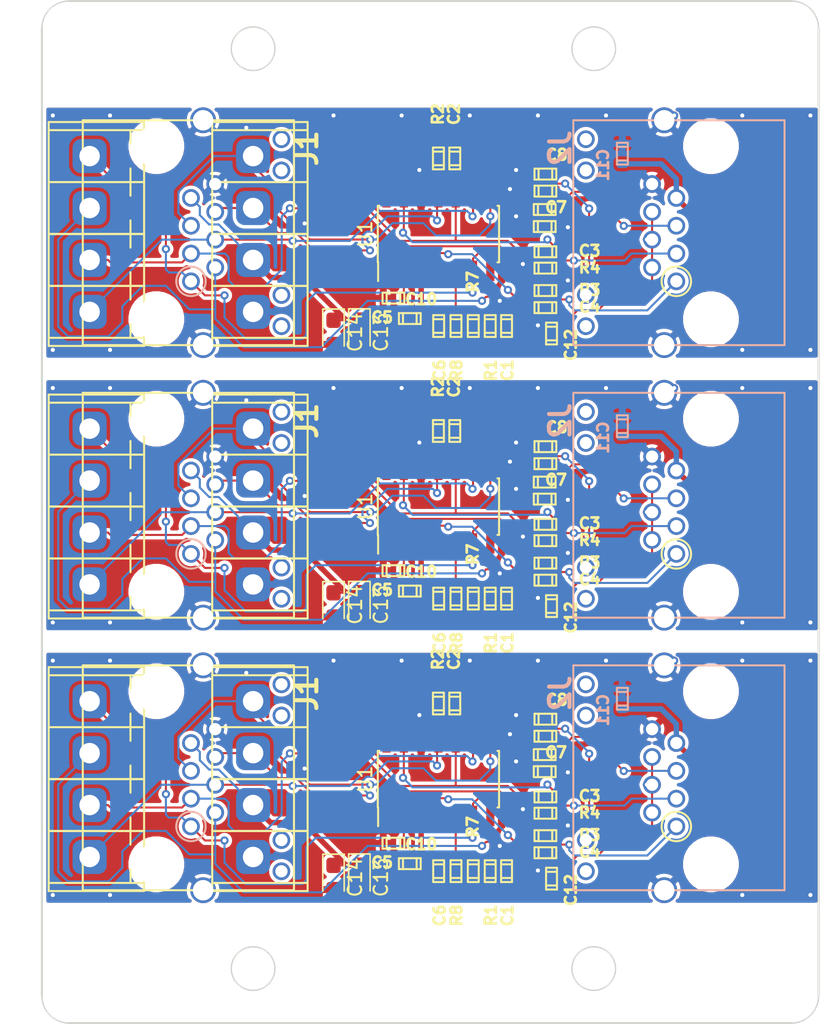
<source format=kicad_pcb>
(kicad_pcb (version 20171130) (host pcbnew "(5.1.0-rc1-120-gc4fe6785a)")
  (layers (0 F.Cu signal) (31 B.Cu signal) (34 B.Paste user) (35 F.Paste user) (36 B.SilkS user) (37 F.SilkS user) (38 B.Mask user) (39 F.Mask user) (44 Edge.Cuts user))
  (net 0 "")
  (net 1 "Net-(C1-Pad2)")
  (net 2 "Net-(C2-Pad2)")
  (net 3 "Net-(C3-Pad1)")
  (net 4 "Net-(C3-Pad2)")
  (net 5 "Net-(C4-Pad2)")
  (net 6 "Net-(C4-Pad1)")
  (net 7 GND)
  (net 8 +5V)
  (net 9 "Net-(C7-Pad2)")
  (net 10 "Net-(C7-Pad1)")
  (net 11 "Net-(C8-Pad2)")
  (net 12 2.5V)
  (net 13 "Net-(C6-Pad2)")
  (net 14 "Net-(J1-Pad10)")
  (net 15 "Net-(J1-Pad9)")
  (net 16 "Net-(J1-Pad12)")
  (net 17 "Net-(J1-Pad11)")
  (net 18 "Net-(J2-Pad10)")
  (net 19 "Net-(J2-Pad9)")
  (net 20 "Net-(J2-Pad12)")
  (net 21 "Net-(J2-Pad11)")
  (module stmbl:RM3.81_1x4_UP (layer F.Cu) (at 142.9 70.78 270)
    (fp_text reference J4 hide)
    (fp_text value CONN_01X04 hide)
    (pad 1 thru_hole circle (at 0 0 270) (size 1.8 1.8) (drill 1.5) (layers *.Cu *.Mask))
    (pad 1 smd roundrect (at 0 0 270) (size 2.5 2.5) (layers B.Cu B.Mask))
    (pad 2 thru_hole circle (at 3.81 0 270) (size 1.8 1.8) (drill 1.5) (layers *.Cu *.Mask))
    (pad 2 smd roundrect (at 3.81 0 270) (size 2.5 2.5) (layers B.Cu B.Mask))
    (pad 3 thru_hole circle (at 7.62 0 270) (size 1.8 1.8) (drill 1.5) (layers *.Cu *.Mask))
    (pad 3 smd roundrect (at 7.62 0 270) (size 2.5 2.5) (layers B.Cu B.Mask))
    (pad 4 thru_hole circle (at 11.43 0 270) (size 1.8 1.8) (drill 1.5) (layers *.Cu *.Mask))
    (pad 4 smd roundrect (at 11.43 0 270) (size 2.5 2.5) (layers B.Cu B.Mask))
  )
  (module stmbl:RJ45_LED (layer B.Cu) (at 181.9 76.4 90)
    (fp_text reference J2 (at 6.194 -16.462 90) (layer B.SilkS) (effects (font (size 1.5 1.5) (thickness 0.3)) (justify mirror)))
    (fp_text value RJ45_LED)
    (pad 11 thru_hole circle (at -6.86 -14.58 90) (size 1.3 1.3) (drill 0.9) (layers *.Cu *.Mask))
    (pad 12 thru_hole circle (at -4.57 -14.58 90) (size 1.3 1.3) (drill 0.9) (layers *.Cu *.Mask))
    (pad 9 thru_hole circle (at 4.57 -14.58 90) (size 1.3 1.3) (drill 0.9) (layers *.Cu *.Mask))
    (pad 10 thru_hole circle (at 6.86 -14.58 90) (size 1.3 1.3) (drill 0.9) (layers *.Cu *.Mask))
    (pad 8 thru_hole circle (at 3.57 -9.72 90) (size 1.3 1.3) (drill 0.9) (layers *.Cu *.Mask))
    (pad 7 thru_hole circle (at 2.55 -7.94 90) (size 1.3 1.3) (drill 0.9) (layers *.Cu *.Mask))
    (pad 6 thru_hole circle (at 1.53 -9.72 90) (size 1.3 1.3) (drill 0.9) (layers *.Cu *.Mask))
    (pad 5 thru_hole circle (at 0.51 -7.94 90) (size 1.3 1.3) (drill 0.9) (layers *.Cu *.Mask))
    (pad 4 thru_hole circle (at -0.51 -9.72 90) (size 1.3 1.3) (drill 0.9) (layers *.Cu *.Mask))
    (pad 3 thru_hole circle (at -1.53 -7.94 90) (size 1.3 1.3) (drill 0.9) (layers *.Cu *.Mask))
    (pad 2 thru_hole circle (at -2.55 -9.72 90) (size 1.3 1.3) (drill 0.9) (layers *.Cu *.Mask))
    (pad 1 thru_hole circle (at -3.57 -7.94 90) (size 1.3 1.3) (drill 0.9) (layers *.Cu *.Mask))
    (pad 13 thru_hole circle (at -8.25 -8.83 90) (size 1.9 1.9) (drill 1.5) (layers *.Cu *.Mask))
    (pad 13 thru_hole circle (at 8.25 -8.83 90) (size 1.9 1.9) (drill 1.5) (layers *.Cu *.Mask))
    (pad "" np_thru_hole circle (at -6.35 -5.4 90) (size 3.1 3.1) (drill 3.1) (layers *.Cu *.Mask) (clearance 0.5))
    (pad "" np_thru_hole circle (at 6.35 -5.4 90) (size 3.1 3.1) (drill 3.1) (layers *.Cu *.Mask) (clearance 0.5))
  )
  (module stmbl:C_0603 (layer F.Cu) (at 153.2 81.2)
    (fp_text reference C5 (at -0.834 1.416) (layer F.SilkS) (effects (font (size 0.8 0.8) (thickness 0.2))))
    (fp_text value 100n)
    (pad 1 smd roundrect (at -0.75 0) (size 0.59 0.8) (layers F.Cu F.Paste F.Mask))
    (pad 2 smd roundrect (at 0.75 0) (size 0.59 0.8) (layers F.Cu F.Paste F.Mask))
  )
  (module Capacitor_Tantalum_SMD:CP_EIA-2012-15_AVX-P (layer F.Cu) (at 150.7 83.7 270)
    (fp_text reference C13 (at 0 -1.58 270) (layer F.SilkS))
    (fp_text value CP)
    (pad 1 smd roundrect (at -0.8875 0 270) (size 1.125 1.05) (layers F.Cu F.Paste F.Mask) (roundrect_rratio 0.238095))
    (pad 2 smd roundrect (at 0.8875 0 270) (size 1.125 1.05) (layers F.Cu F.Paste F.Mask) (roundrect_rratio 0.238095))
  )
  (module stmbl:RJ45_LED (layer F.Cu) (at 130.4 76.4 90)
    (fp_text reference J1 (at 6.194 16.462 90) (layer F.SilkS) (effects (font (size 1.5 1.5) (thickness 0.3))))
    (fp_text value RJ45_LED)
    (pad 11 thru_hole circle (at -6.86 14.58 90) (size 1.3 1.3) (drill 0.9) (layers *.Cu *.Mask))
    (pad 12 thru_hole circle (at -4.57 14.58 90) (size 1.3 1.3) (drill 0.9) (layers *.Cu *.Mask))
    (pad 9 thru_hole circle (at 4.57 14.58 90) (size 1.3 1.3) (drill 0.9) (layers *.Cu *.Mask))
    (pad 10 thru_hole circle (at 6.86 14.58 90) (size 1.3 1.3) (drill 0.9) (layers *.Cu *.Mask))
    (pad 8 thru_hole circle (at 3.57 9.72 90) (size 1.3 1.3) (drill 0.9) (layers *.Cu *.Mask))
    (pad 7 thru_hole circle (at 2.55 7.94 90) (size 1.3 1.3) (drill 0.9) (layers *.Cu *.Mask))
    (pad 6 thru_hole circle (at 1.53 9.72 90) (size 1.3 1.3) (drill 0.9) (layers *.Cu *.Mask))
    (pad 5 thru_hole circle (at 0.51 7.94 90) (size 1.3 1.3) (drill 0.9) (layers *.Cu *.Mask))
    (pad 4 thru_hole circle (at -0.51 9.72 90) (size 1.3 1.3) (drill 0.9) (layers *.Cu *.Mask))
    (pad 3 thru_hole circle (at -1.53 7.94 90) (size 1.3 1.3) (drill 0.9) (layers *.Cu *.Mask))
    (pad 2 thru_hole circle (at -2.55 9.72 90) (size 1.3 1.3) (drill 0.9) (layers *.Cu *.Mask))
    (pad 1 thru_hole circle (at -3.57 7.94 90) (size 1.3 1.3) (drill 0.9) (layers *.Cu *.Mask))
    (pad 13 thru_hole circle (at -8.25 8.83 90) (size 1.9 1.9) (drill 1.5) (layers *.Cu *.Mask))
    (pad 13 thru_hole circle (at 8.25 8.83 90) (size 1.9 1.9) (drill 1.5) (layers *.Cu *.Mask))
    (pad "" np_thru_hole circle (at -6.35 5.4 90) (size 3.1 3.1) (drill 3.1) (layers *.Cu *.Mask) (clearance 0.5))
    (pad "" np_thru_hole circle (at 6.35 5.4 90) (size 3.1 3.1) (drill 3.1) (layers *.Cu *.Mask) (clearance 0.5))
  )
  (module Package_SO:SOIC-14_3.9x8.7mm_P1.27mm (layer F.Cu) (at 156.5 76.5 90)
    (fp_text reference U1 (at 0 -5.375 90) (layer F.SilkS))
    (fp_text value LM339)
    (pad 1 smd rect (at -2.7 -3.81 90) (size 1.5 0.6) (layers F.Cu F.Paste F.Mask))
    (pad 2 smd rect (at -2.7 -2.54 90) (size 1.5 0.6) (layers F.Cu F.Paste F.Mask))
    (pad 3 smd rect (at -2.7 -1.27 90) (size 1.5 0.6) (layers F.Cu F.Paste F.Mask))
    (pad 4 smd rect (at -2.7 0 90) (size 1.5 0.6) (layers F.Cu F.Paste F.Mask))
    (pad 5 smd rect (at -2.7 1.27 90) (size 1.5 0.6) (layers F.Cu F.Paste F.Mask))
    (pad 6 smd rect (at -2.7 2.54 90) (size 1.5 0.6) (layers F.Cu F.Paste F.Mask))
    (pad 7 smd rect (at -2.7 3.81 90) (size 1.5 0.6) (layers F.Cu F.Paste F.Mask))
    (pad 8 smd rect (at 2.7 3.81 90) (size 1.5 0.6) (layers F.Cu F.Paste F.Mask))
    (pad 9 smd rect (at 2.7 2.54 90) (size 1.5 0.6) (layers F.Cu F.Paste F.Mask))
    (pad 10 smd rect (at 2.7 1.27 90) (size 1.5 0.6) (layers F.Cu F.Paste F.Mask))
    (pad 11 smd rect (at 2.7 0 90) (size 1.5 0.6) (layers F.Cu F.Paste F.Mask))
    (pad 12 smd rect (at 2.7 -1.27 90) (size 1.5 0.6) (layers F.Cu F.Paste F.Mask))
    (pad 13 smd rect (at 2.7 -2.54 90) (size 1.5 0.6) (layers F.Cu F.Paste F.Mask))
    (pad 14 smd rect (at 2.7 -3.81 90) (size 1.5 0.6) (layers F.Cu F.Paste F.Mask))
  )
  (module stmbl:C_0603 (layer F.Cu) (at 164.35 81.9 180)
    (fp_text reference C4 (at -3.248 0.064 180) (layer F.SilkS) (effects (font (size 0.8 0.8) (thickness 0.2))))
    (fp_text value 27p)
    (pad 1 smd rect (at -0.75 0 180) (size 0.59 0.8) (layers F.Cu F.Paste F.Mask))
    (pad 2 smd rect (at 0.75 0 180) (size 0.59 0.8) (layers F.Cu F.Paste F.Mask))
  )
  (module stmbl:R_0603 (layer F.Cu) (at 164.35 79 180)
    (fp_text reference R4 (at -3.248 0.04 180) (layer F.SilkS) (effects (font (size 0.8 0.8) (thickness 0.2))))
    (fp_text value 100k)
    (pad 1 smd rect (at -0.75 0 180) (size 0.59 0.8) (layers F.Cu F.Paste F.Mask))
    (pad 2 smd rect (at 0.75 0 180) (size 0.59 0.8) (layers F.Cu F.Paste F.Mask))
  )
  (module Capacitor_Tantalum_SMD:CP_EIA-2012-15_AVX-P (layer F.Cu) (at 148.8 83.7125 270)
    (fp_text reference C14 (at 0 -1.58 270) (layer F.SilkS))
    (fp_text value CP)
    (pad 1 smd roundrect (at -0.8875 0 270) (size 1.125 1.05) (layers F.Cu F.Paste F.Mask) (roundrect_rratio 0.238095))
    (pad 2 smd roundrect (at 0.8875 0 270) (size 1.125 1.05) (layers F.Cu F.Paste F.Mask) (roundrect_rratio 0.238095))
  )
  (module stmbl:R_0603 (layer F.Cu) (at 157.788 83.25 90)
    (fp_text reference R8 (at -3.248 0.04 90) (layer F.SilkS) (effects (font (size 0.8 0.8) (thickness 0.2))))
    (fp_text value 120)
    (pad 2 smd rect (at 0.75 0 90) (size 0.59 0.8) (layers F.Cu F.Paste F.Mask))
    (pad 1 smd rect (at -0.75 0 90) (size 0.59 0.8) (layers F.Cu F.Paste F.Mask))
  )
  (module stmbl:C_0603 (layer F.Cu) (at 156.518 83.25 90)
    (fp_text reference C6 (at -3.248 0.064 90) (layer F.SilkS) (effects (font (size 0.8 0.8) (thickness 0.2))))
    (fp_text value 100n)
    (pad 2 smd rect (at 0.75 0 90) (size 0.59 0.8) (layers F.Cu F.Paste F.Mask))
    (pad 1 smd rect (at -0.75 0 90) (size 0.59 0.8) (layers F.Cu F.Paste F.Mask))
  )
  (module stmbl:R_0603 (layer F.Cu) (at 164.3 74.7 180)
    (fp_text reference R10 hide)
    (fp_text value 100k)
    (pad 1 smd roundrect (at -0.75 0 180) (size 0.59 0.8) (layers F.Cu F.Paste F.Mask))
    (pad 2 smd roundrect (at 0.75 0 180) (size 0.59 0.8) (layers F.Cu F.Paste F.Mask))
  )
  (module stmbl:RM3.81_1x4_UP (layer F.Cu) (at 130.9 70.78 270)
    (fp_text reference J3 hide)
    (fp_text value CONN_01X04 hide)
    (pad 1 thru_hole circle (at 0 0 270) (size 1.8 1.8) (drill 1.5) (layers *.Cu *.Mask))
    (pad 1 smd roundrect (at 0 0 270) (size 2.5 2.5) (layers B.Cu B.Mask))
    (pad 2 thru_hole circle (at 3.81 0 270) (size 1.8 1.8) (drill 1.5) (layers *.Cu *.Mask))
    (pad 2 smd roundrect (at 3.81 0 270) (size 2.5 2.5) (layers B.Cu B.Mask))
    (pad 3 thru_hole circle (at 7.62 0 270) (size 1.8 1.8) (drill 1.5) (layers *.Cu *.Mask))
    (pad 3 smd roundrect (at 7.62 0 270) (size 2.5 2.5) (layers B.Cu B.Mask))
    (pad 4 thru_hole circle (at 11.43 0 270) (size 1.8 1.8) (drill 1.5) (layers *.Cu *.Mask))
    (pad 4 smd roundrect (at 11.43 0 270) (size 2.5 2.5) (layers B.Cu B.Mask))
  )
  (module stmbl:C_0603 (layer F.Cu) (at 157.7 70.95 270)
    (fp_text reference C2 (at -3.248 0.064 270) (layer F.SilkS) (effects (font (size 0.8 0.8) (thickness 0.2))))
    (fp_text value 27p)
    (pad 2 smd rect (at 0.75 0 270) (size 0.59 0.8) (layers F.Cu F.Paste F.Mask))
    (pad 1 smd rect (at -0.75 0 270) (size 0.59 0.8) (layers F.Cu F.Paste F.Mask))
  )
  (module stmbl:R_0603 (layer F.Cu) (at 160.3 83.25 90)
    (fp_text reference R1 (at -3.248 0.04 90) (layer F.SilkS) (effects (font (size 0.8 0.8) (thickness 0.2))))
    (fp_text value 100k)
    (pad 1 smd rect (at -0.75 0 90) (size 0.59 0.8) (layers F.Cu F.Paste F.Mask))
    (pad 2 smd rect (at 0.75 0 90) (size 0.59 0.8) (layers F.Cu F.Paste F.Mask))
  )
  (module stmbl:C_0603 (layer F.Cu) (at 164.35 72.1 180)
    (fp_text reference C8 (at -0.834 1.416 180) (layer F.SilkS) (effects (font (size 0.8 0.8) (thickness 0.2))))
    (fp_text value 27p)
    (pad 1 smd roundrect (at -0.75 0 180) (size 0.59 0.8) (layers F.Cu F.Paste F.Mask))
    (pad 2 smd roundrect (at 0.75 0 180) (size 0.59 0.8) (layers F.Cu F.Paste F.Mask))
  )
  (module stmbl:R_0603 (layer F.Cu) (at 156.5 70.95 270)
    (fp_text reference R2 (at -3.248 0.04 270) (layer F.SilkS) (effects (font (size 0.8 0.8) (thickness 0.2))))
    (fp_text value 100k)
    (pad 2 smd rect (at 0.75 0 270) (size 0.59 0.8) (layers F.Cu F.Paste F.Mask))
    (pad 1 smd rect (at -0.75 0 270) (size 0.59 0.8) (layers F.Cu F.Paste F.Mask))
  )
  (module stmbl:R_0603 (layer F.Cu) (at 164.35 73.35 180)
    (fp_text reference R9 hide)
    (fp_text value 100k)
    (pad 1 smd roundrect (at -0.75 0 180) (size 0.59 0.8) (layers F.Cu F.Paste F.Mask))
    (pad 2 smd roundrect (at 0.75 0 180) (size 0.59 0.8) (layers F.Cu F.Paste F.Mask))
  )
  (module stmbl:C_0603 (layer F.Cu) (at 161.5 83.25 90)
    (fp_text reference C1 (at -3.248 0.064 90) (layer F.SilkS) (effects (font (size 0.8 0.8) (thickness 0.2))))
    (fp_text value 27p)
    (pad 1 smd rect (at -0.75 0 90) (size 0.59 0.8) (layers F.Cu F.Paste F.Mask))
    (pad 2 smd rect (at 0.75 0 90) (size 0.59 0.8) (layers F.Cu F.Paste F.Mask))
  )
  (module stmbl:C_0603 (layer F.Cu) (at 164.35 77.8 180)
    (fp_text reference C3 (at -3.248 0.064 180) (layer F.SilkS) (effects (font (size 0.8 0.8) (thickness 0.2))))
    (fp_text value 27p)
    (pad 2 smd rect (at 0.75 0 180) (size 0.59 0.8) (layers F.Cu F.Paste F.Mask))
    (pad 1 smd rect (at -0.75 0 180) (size 0.59 0.8) (layers F.Cu F.Paste F.Mask))
  )
  (module stmbl:C_0603 (layer F.Cu) (at 164.3 75.95 180)
    (fp_text reference C7 (at -0.834 1.416 180) (layer F.SilkS) (effects (font (size 0.8 0.8) (thickness 0.2))))
    (fp_text value 27p)
    (pad 1 smd roundrect (at -0.75 0 180) (size 0.59 0.8) (layers F.Cu F.Paste F.Mask))
    (pad 2 smd roundrect (at 0.75 0 180) (size 0.59 0.8) (layers F.Cu F.Paste F.Mask))
  )
  (module stmbl:R_0603 (layer F.Cu) (at 164.35 80.646 180)
    (fp_text reference R3 (at -3.248 0.04 180) (layer F.SilkS) (effects (font (size 0.8 0.8) (thickness 0.2))))
    (fp_text value 100k)
    (pad 2 smd rect (at 0.75 0 180) (size 0.59 0.8) (layers F.Cu F.Paste F.Mask))
    (pad 1 smd rect (at -0.75 0 180) (size 0.59 0.8) (layers F.Cu F.Paste F.Mask))
  )
  (module stmbl:R_0603 (layer F.Cu) (at 159.058 83.25 270)
    (fp_text reference R7 (at -3.248 0.04 270) (layer F.SilkS) (effects (font (size 0.8 0.8) (thickness 0.2))))
    (fp_text value 120)
    (pad 1 smd rect (at -0.75 0 270) (size 0.59 0.8) (layers F.Cu F.Paste F.Mask))
    (pad 2 smd rect (at 0.75 0 270) (size 0.59 0.8) (layers F.Cu F.Paste F.Mask))
  )
  (module stmbl:C_0603 (layer B.Cu) (at 170 70.6 90)
    (fp_text reference C11 (at -0.834 -1.416 90) (layer B.SilkS) (effects (font (size 0.8 0.8) (thickness 0.2)) (justify mirror)))
    (fp_text value C)
    (pad 1 smd roundrect (at -0.75 0 90) (size 0.59 0.8) (layers B.Cu B.Paste B.Mask))
    (pad 2 smd roundrect (at 0.75 0 90) (size 0.59 0.8) (layers B.Cu B.Paste B.Mask))
  )
  (module stmbl:C_0603 (layer F.Cu) (at 164.8 83.8 90)
    (fp_text reference C12 (at -0.834 1.416 90) (layer F.SilkS) (effects (font (size 0.8 0.8) (thickness 0.2))))
    (fp_text value C)
    (pad 1 smd roundrect (at -0.75 0 90) (size 0.59 0.8) (layers F.Cu F.Paste F.Mask))
    (pad 2 smd roundrect (at 0.75 0 90) (size 0.59 0.8) (layers F.Cu F.Paste F.Mask))
  )
  (module stmbl:C_0603 (layer F.Cu) (at 154.4 82.7 180)
    (fp_text reference C10 (at -0.834 1.416 180) (layer F.SilkS) (effects (font (size 0.8 0.8) (thickness 0.2))))
    (fp_text value C)
    (pad 1 smd roundrect (at -0.75 0 180) (size 0.59 0.8) (layers F.Cu F.Paste F.Mask))
    (pad 2 smd roundrect (at 0.75 0 180) (size 0.59 0.8) (layers F.Cu F.Paste F.Mask))
  )
  (module stmbl:RM3.81_1x4_UP (layer F.Cu) (at 142.9 90.78 270)
    (fp_text reference J4 hide)
    (fp_text value CONN_01X04 hide)
    (pad 1 thru_hole circle (at 0 0 270) (size 1.8 1.8) (drill 1.5) (layers *.Cu *.Mask))
    (pad 1 smd roundrect (at 0 0 270) (size 2.5 2.5) (layers B.Cu B.Mask))
    (pad 2 thru_hole circle (at 3.81 0 270) (size 1.8 1.8) (drill 1.5) (layers *.Cu *.Mask))
    (pad 2 smd roundrect (at 3.81 0 270) (size 2.5 2.5) (layers B.Cu B.Mask))
    (pad 3 thru_hole circle (at 7.62 0 270) (size 1.8 1.8) (drill 1.5) (layers *.Cu *.Mask))
    (pad 3 smd roundrect (at 7.62 0 270) (size 2.5 2.5) (layers B.Cu B.Mask))
    (pad 4 thru_hole circle (at 11.43 0 270) (size 1.8 1.8) (drill 1.5) (layers *.Cu *.Mask))
    (pad 4 smd roundrect (at 11.43 0 270) (size 2.5 2.5) (layers B.Cu B.Mask))
  )
  (module stmbl:RJ45_LED (layer B.Cu) (at 181.9 96.4 90)
    (fp_text reference J2 (at 6.194 -16.462 90) (layer B.SilkS) (effects (font (size 1.5 1.5) (thickness 0.3)) (justify mirror)))
    (fp_text value RJ45_LED)
    (pad 11 thru_hole circle (at -6.86 -14.58 90) (size 1.3 1.3) (drill 0.9) (layers *.Cu *.Mask))
    (pad 12 thru_hole circle (at -4.57 -14.58 90) (size 1.3 1.3) (drill 0.9) (layers *.Cu *.Mask))
    (pad 9 thru_hole circle (at 4.57 -14.58 90) (size 1.3 1.3) (drill 0.9) (layers *.Cu *.Mask))
    (pad 10 thru_hole circle (at 6.86 -14.58 90) (size 1.3 1.3) (drill 0.9) (layers *.Cu *.Mask))
    (pad 8 thru_hole circle (at 3.57 -9.72 90) (size 1.3 1.3) (drill 0.9) (layers *.Cu *.Mask))
    (pad 7 thru_hole circle (at 2.55 -7.94 90) (size 1.3 1.3) (drill 0.9) (layers *.Cu *.Mask))
    (pad 6 thru_hole circle (at 1.53 -9.72 90) (size 1.3 1.3) (drill 0.9) (layers *.Cu *.Mask))
    (pad 5 thru_hole circle (at 0.51 -7.94 90) (size 1.3 1.3) (drill 0.9) (layers *.Cu *.Mask))
    (pad 4 thru_hole circle (at -0.51 -9.72 90) (size 1.3 1.3) (drill 0.9) (layers *.Cu *.Mask))
    (pad 3 thru_hole circle (at -1.53 -7.94 90) (size 1.3 1.3) (drill 0.9) (layers *.Cu *.Mask))
    (pad 2 thru_hole circle (at -2.55 -9.72 90) (size 1.3 1.3) (drill 0.9) (layers *.Cu *.Mask))
    (pad 1 thru_hole circle (at -3.57 -7.94 90) (size 1.3 1.3) (drill 0.9) (layers *.Cu *.Mask))
    (pad 13 thru_hole circle (at -8.25 -8.83 90) (size 1.9 1.9) (drill 1.5) (layers *.Cu *.Mask))
    (pad 13 thru_hole circle (at 8.25 -8.83 90) (size 1.9 1.9) (drill 1.5) (layers *.Cu *.Mask))
    (pad "" np_thru_hole circle (at -6.35 -5.4 90) (size 3.1 3.1) (drill 3.1) (layers *.Cu *.Mask) (clearance 0.5))
    (pad "" np_thru_hole circle (at 6.35 -5.4 90) (size 3.1 3.1) (drill 3.1) (layers *.Cu *.Mask) (clearance 0.5))
  )
  (module stmbl:C_0603 (layer F.Cu) (at 153.2 101.2)
    (fp_text reference C5 (at -0.834 1.416) (layer F.SilkS) (effects (font (size 0.8 0.8) (thickness 0.2))))
    (fp_text value 100n)
    (pad 1 smd roundrect (at -0.75 0) (size 0.59 0.8) (layers F.Cu F.Paste F.Mask))
    (pad 2 smd roundrect (at 0.75 0) (size 0.59 0.8) (layers F.Cu F.Paste F.Mask))
  )
  (module Capacitor_Tantalum_SMD:CP_EIA-2012-15_AVX-P (layer F.Cu) (at 150.7 103.7 270)
    (fp_text reference C13 (at 0 -1.58 270) (layer F.SilkS))
    (fp_text value CP)
    (pad 1 smd roundrect (at -0.8875 0 270) (size 1.125 1.05) (layers F.Cu F.Paste F.Mask) (roundrect_rratio 0.238095))
    (pad 2 smd roundrect (at 0.8875 0 270) (size 1.125 1.05) (layers F.Cu F.Paste F.Mask) (roundrect_rratio 0.238095))
  )
  (module stmbl:RJ45_LED (layer F.Cu) (at 130.4 96.4 90)
    (fp_text reference J1 (at 6.194 16.462 90) (layer F.SilkS) (effects (font (size 1.5 1.5) (thickness 0.3))))
    (fp_text value RJ45_LED)
    (pad 11 thru_hole circle (at -6.86 14.58 90) (size 1.3 1.3) (drill 0.9) (layers *.Cu *.Mask))
    (pad 12 thru_hole circle (at -4.57 14.58 90) (size 1.3 1.3) (drill 0.9) (layers *.Cu *.Mask))
    (pad 9 thru_hole circle (at 4.57 14.58 90) (size 1.3 1.3) (drill 0.9) (layers *.Cu *.Mask))
    (pad 10 thru_hole circle (at 6.86 14.58 90) (size 1.3 1.3) (drill 0.9) (layers *.Cu *.Mask))
    (pad 8 thru_hole circle (at 3.57 9.72 90) (size 1.3 1.3) (drill 0.9) (layers *.Cu *.Mask))
    (pad 7 thru_hole circle (at 2.55 7.94 90) (size 1.3 1.3) (drill 0.9) (layers *.Cu *.Mask))
    (pad 6 thru_hole circle (at 1.53 9.72 90) (size 1.3 1.3) (drill 0.9) (layers *.Cu *.Mask))
    (pad 5 thru_hole circle (at 0.51 7.94 90) (size 1.3 1.3) (drill 0.9) (layers *.Cu *.Mask))
    (pad 4 thru_hole circle (at -0.51 9.72 90) (size 1.3 1.3) (drill 0.9) (layers *.Cu *.Mask))
    (pad 3 thru_hole circle (at -1.53 7.94 90) (size 1.3 1.3) (drill 0.9) (layers *.Cu *.Mask))
    (pad 2 thru_hole circle (at -2.55 9.72 90) (size 1.3 1.3) (drill 0.9) (layers *.Cu *.Mask))
    (pad 1 thru_hole circle (at -3.57 7.94 90) (size 1.3 1.3) (drill 0.9) (layers *.Cu *.Mask))
    (pad 13 thru_hole circle (at -8.25 8.83 90) (size 1.9 1.9) (drill 1.5) (layers *.Cu *.Mask))
    (pad 13 thru_hole circle (at 8.25 8.83 90) (size 1.9 1.9) (drill 1.5) (layers *.Cu *.Mask))
    (pad "" np_thru_hole circle (at -6.35 5.4 90) (size 3.1 3.1) (drill 3.1) (layers *.Cu *.Mask) (clearance 0.5))
    (pad "" np_thru_hole circle (at 6.35 5.4 90) (size 3.1 3.1) (drill 3.1) (layers *.Cu *.Mask) (clearance 0.5))
  )
  (module Package_SO:SOIC-14_3.9x8.7mm_P1.27mm (layer F.Cu) (at 156.5 96.5 90)
    (fp_text reference U1 (at 0 -5.375 90) (layer F.SilkS))
    (fp_text value LM339)
    (pad 1 smd rect (at -2.7 -3.81 90) (size 1.5 0.6) (layers F.Cu F.Paste F.Mask))
    (pad 2 smd rect (at -2.7 -2.54 90) (size 1.5 0.6) (layers F.Cu F.Paste F.Mask))
    (pad 3 smd rect (at -2.7 -1.27 90) (size 1.5 0.6) (layers F.Cu F.Paste F.Mask))
    (pad 4 smd rect (at -2.7 0 90) (size 1.5 0.6) (layers F.Cu F.Paste F.Mask))
    (pad 5 smd rect (at -2.7 1.27 90) (size 1.5 0.6) (layers F.Cu F.Paste F.Mask))
    (pad 6 smd rect (at -2.7 2.54 90) (size 1.5 0.6) (layers F.Cu F.Paste F.Mask))
    (pad 7 smd rect (at -2.7 3.81 90) (size 1.5 0.6) (layers F.Cu F.Paste F.Mask))
    (pad 8 smd rect (at 2.7 3.81 90) (size 1.5 0.6) (layers F.Cu F.Paste F.Mask))
    (pad 9 smd rect (at 2.7 2.54 90) (size 1.5 0.6) (layers F.Cu F.Paste F.Mask))
    (pad 10 smd rect (at 2.7 1.27 90) (size 1.5 0.6) (layers F.Cu F.Paste F.Mask))
    (pad 11 smd rect (at 2.7 0 90) (size 1.5 0.6) (layers F.Cu F.Paste F.Mask))
    (pad 12 smd rect (at 2.7 -1.27 90) (size 1.5 0.6) (layers F.Cu F.Paste F.Mask))
    (pad 13 smd rect (at 2.7 -2.54 90) (size 1.5 0.6) (layers F.Cu F.Paste F.Mask))
    (pad 14 smd rect (at 2.7 -3.81 90) (size 1.5 0.6) (layers F.Cu F.Paste F.Mask))
  )
  (module stmbl:C_0603 (layer F.Cu) (at 164.35 101.9 180)
    (fp_text reference C4 (at -3.248 0.064 180) (layer F.SilkS) (effects (font (size 0.8 0.8) (thickness 0.2))))
    (fp_text value 27p)
    (pad 1 smd rect (at -0.75 0 180) (size 0.59 0.8) (layers F.Cu F.Paste F.Mask))
    (pad 2 smd rect (at 0.75 0 180) (size 0.59 0.8) (layers F.Cu F.Paste F.Mask))
  )
  (module stmbl:R_0603 (layer F.Cu) (at 164.35 99 180)
    (fp_text reference R4 (at -3.248 0.04 180) (layer F.SilkS) (effects (font (size 0.8 0.8) (thickness 0.2))))
    (fp_text value 100k)
    (pad 1 smd rect (at -0.75 0 180) (size 0.59 0.8) (layers F.Cu F.Paste F.Mask))
    (pad 2 smd rect (at 0.75 0 180) (size 0.59 0.8) (layers F.Cu F.Paste F.Mask))
  )
  (module Capacitor_Tantalum_SMD:CP_EIA-2012-15_AVX-P (layer F.Cu) (at 148.8 103.7125 270)
    (fp_text reference C14 (at 0 -1.58 270) (layer F.SilkS))
    (fp_text value CP)
    (pad 1 smd roundrect (at -0.8875 0 270) (size 1.125 1.05) (layers F.Cu F.Paste F.Mask) (roundrect_rratio 0.238095))
    (pad 2 smd roundrect (at 0.8875 0 270) (size 1.125 1.05) (layers F.Cu F.Paste F.Mask) (roundrect_rratio 0.238095))
  )
  (module stmbl:R_0603 (layer F.Cu) (at 157.788 103.25 90)
    (fp_text reference R8 (at -3.248 0.04 90) (layer F.SilkS) (effects (font (size 0.8 0.8) (thickness 0.2))))
    (fp_text value 120)
    (pad 2 smd rect (at 0.75 0 90) (size 0.59 0.8) (layers F.Cu F.Paste F.Mask))
    (pad 1 smd rect (at -0.75 0 90) (size 0.59 0.8) (layers F.Cu F.Paste F.Mask))
  )
  (module stmbl:C_0603 (layer F.Cu) (at 156.518 103.25 90)
    (fp_text reference C6 (at -3.248 0.064 90) (layer F.SilkS) (effects (font (size 0.8 0.8) (thickness 0.2))))
    (fp_text value 100n)
    (pad 2 smd rect (at 0.75 0 90) (size 0.59 0.8) (layers F.Cu F.Paste F.Mask))
    (pad 1 smd rect (at -0.75 0 90) (size 0.59 0.8) (layers F.Cu F.Paste F.Mask))
  )
  (module stmbl:R_0603 (layer F.Cu) (at 164.3 94.7 180)
    (fp_text reference R10 hide)
    (fp_text value 100k)
    (pad 1 smd roundrect (at -0.75 0 180) (size 0.59 0.8) (layers F.Cu F.Paste F.Mask))
    (pad 2 smd roundrect (at 0.75 0 180) (size 0.59 0.8) (layers F.Cu F.Paste F.Mask))
  )
  (module stmbl:RM3.81_1x4_UP (layer F.Cu) (at 130.9 90.78 270)
    (fp_text reference J3 hide)
    (fp_text value CONN_01X04 hide)
    (pad 1 thru_hole circle (at 0 0 270) (size 1.8 1.8) (drill 1.5) (layers *.Cu *.Mask))
    (pad 1 smd roundrect (at 0 0 270) (size 2.5 2.5) (layers B.Cu B.Mask))
    (pad 2 thru_hole circle (at 3.81 0 270) (size 1.8 1.8) (drill 1.5) (layers *.Cu *.Mask))
    (pad 2 smd roundrect (at 3.81 0 270) (size 2.5 2.5) (layers B.Cu B.Mask))
    (pad 3 thru_hole circle (at 7.62 0 270) (size 1.8 1.8) (drill 1.5) (layers *.Cu *.Mask))
    (pad 3 smd roundrect (at 7.62 0 270) (size 2.5 2.5) (layers B.Cu B.Mask))
    (pad 4 thru_hole circle (at 11.43 0 270) (size 1.8 1.8) (drill 1.5) (layers *.Cu *.Mask))
    (pad 4 smd roundrect (at 11.43 0 270) (size 2.5 2.5) (layers B.Cu B.Mask))
  )
  (module stmbl:C_0603 (layer F.Cu) (at 157.7 90.95 270)
    (fp_text reference C2 (at -3.248 0.064 270) (layer F.SilkS) (effects (font (size 0.8 0.8) (thickness 0.2))))
    (fp_text value 27p)
    (pad 2 smd rect (at 0.75 0 270) (size 0.59 0.8) (layers F.Cu F.Paste F.Mask))
    (pad 1 smd rect (at -0.75 0 270) (size 0.59 0.8) (layers F.Cu F.Paste F.Mask))
  )
  (module stmbl:R_0603 (layer F.Cu) (at 160.3 103.25 90)
    (fp_text reference R1 (at -3.248 0.04 90) (layer F.SilkS) (effects (font (size 0.8 0.8) (thickness 0.2))))
    (fp_text value 100k)
    (pad 1 smd rect (at -0.75 0 90) (size 0.59 0.8) (layers F.Cu F.Paste F.Mask))
    (pad 2 smd rect (at 0.75 0 90) (size 0.59 0.8) (layers F.Cu F.Paste F.Mask))
  )
  (module stmbl:C_0603 (layer F.Cu) (at 164.35 92.1 180)
    (fp_text reference C8 (at -0.834 1.416 180) (layer F.SilkS) (effects (font (size 0.8 0.8) (thickness 0.2))))
    (fp_text value 27p)
    (pad 1 smd roundrect (at -0.75 0 180) (size 0.59 0.8) (layers F.Cu F.Paste F.Mask))
    (pad 2 smd roundrect (at 0.75 0 180) (size 0.59 0.8) (layers F.Cu F.Paste F.Mask))
  )
  (module stmbl:R_0603 (layer F.Cu) (at 156.5 90.95 270)
    (fp_text reference R2 (at -3.248 0.04 270) (layer F.SilkS) (effects (font (size 0.8 0.8) (thickness 0.2))))
    (fp_text value 100k)
    (pad 2 smd rect (at 0.75 0 270) (size 0.59 0.8) (layers F.Cu F.Paste F.Mask))
    (pad 1 smd rect (at -0.75 0 270) (size 0.59 0.8) (layers F.Cu F.Paste F.Mask))
  )
  (module stmbl:R_0603 (layer F.Cu) (at 164.35 93.35 180)
    (fp_text reference R9 hide)
    (fp_text value 100k)
    (pad 1 smd roundrect (at -0.75 0 180) (size 0.59 0.8) (layers F.Cu F.Paste F.Mask))
    (pad 2 smd roundrect (at 0.75 0 180) (size 0.59 0.8) (layers F.Cu F.Paste F.Mask))
  )
  (module stmbl:C_0603 (layer F.Cu) (at 161.5 103.25 90)
    (fp_text reference C1 (at -3.248 0.064 90) (layer F.SilkS) (effects (font (size 0.8 0.8) (thickness 0.2))))
    (fp_text value 27p)
    (pad 1 smd rect (at -0.75 0 90) (size 0.59 0.8) (layers F.Cu F.Paste F.Mask))
    (pad 2 smd rect (at 0.75 0 90) (size 0.59 0.8) (layers F.Cu F.Paste F.Mask))
  )
  (module stmbl:C_0603 (layer F.Cu) (at 164.35 97.8 180)
    (fp_text reference C3 (at -3.248 0.064 180) (layer F.SilkS) (effects (font (size 0.8 0.8) (thickness 0.2))))
    (fp_text value 27p)
    (pad 2 smd rect (at 0.75 0 180) (size 0.59 0.8) (layers F.Cu F.Paste F.Mask))
    (pad 1 smd rect (at -0.75 0 180) (size 0.59 0.8) (layers F.Cu F.Paste F.Mask))
  )
  (module stmbl:C_0603 (layer F.Cu) (at 164.3 95.95 180)
    (fp_text reference C7 (at -0.834 1.416 180) (layer F.SilkS) (effects (font (size 0.8 0.8) (thickness 0.2))))
    (fp_text value 27p)
    (pad 1 smd roundrect (at -0.75 0 180) (size 0.59 0.8) (layers F.Cu F.Paste F.Mask))
    (pad 2 smd roundrect (at 0.75 0 180) (size 0.59 0.8) (layers F.Cu F.Paste F.Mask))
  )
  (module stmbl:R_0603 (layer F.Cu) (at 164.35 100.646 180)
    (fp_text reference R3 (at -3.248 0.04 180) (layer F.SilkS) (effects (font (size 0.8 0.8) (thickness 0.2))))
    (fp_text value 100k)
    (pad 2 smd rect (at 0.75 0 180) (size 0.59 0.8) (layers F.Cu F.Paste F.Mask))
    (pad 1 smd rect (at -0.75 0 180) (size 0.59 0.8) (layers F.Cu F.Paste F.Mask))
  )
  (module stmbl:R_0603 (layer F.Cu) (at 159.058 103.25 270)
    (fp_text reference R7 (at -3.248 0.04 270) (layer F.SilkS) (effects (font (size 0.8 0.8) (thickness 0.2))))
    (fp_text value 120)
    (pad 1 smd rect (at -0.75 0 270) (size 0.59 0.8) (layers F.Cu F.Paste F.Mask))
    (pad 2 smd rect (at 0.75 0 270) (size 0.59 0.8) (layers F.Cu F.Paste F.Mask))
  )
  (module stmbl:C_0603 (layer B.Cu) (at 170 90.6 90)
    (fp_text reference C11 (at -0.834 -1.416 90) (layer B.SilkS) (effects (font (size 0.8 0.8) (thickness 0.2)) (justify mirror)))
    (fp_text value C)
    (pad 1 smd roundrect (at -0.75 0 90) (size 0.59 0.8) (layers B.Cu B.Paste B.Mask))
    (pad 2 smd roundrect (at 0.75 0 90) (size 0.59 0.8) (layers B.Cu B.Paste B.Mask))
  )
  (module stmbl:C_0603 (layer F.Cu) (at 164.8 103.8 90)
    (fp_text reference C12 (at -0.834 1.416 90) (layer F.SilkS) (effects (font (size 0.8 0.8) (thickness 0.2))))
    (fp_text value C)
    (pad 1 smd roundrect (at -0.75 0 90) (size 0.59 0.8) (layers F.Cu F.Paste F.Mask))
    (pad 2 smd roundrect (at 0.75 0 90) (size 0.59 0.8) (layers F.Cu F.Paste F.Mask))
  )
  (module stmbl:C_0603 (layer F.Cu) (at 154.4 102.7 180)
    (fp_text reference C10 (at -0.834 1.416 180) (layer F.SilkS) (effects (font (size 0.8 0.8) (thickness 0.2))))
    (fp_text value C)
    (pad 1 smd roundrect (at -0.75 0 180) (size 0.59 0.8) (layers F.Cu F.Paste F.Mask))
    (pad 2 smd roundrect (at 0.75 0 180) (size 0.59 0.8) (layers F.Cu F.Paste F.Mask))
  )
  (module stmbl:RJ45_LED (layer B.Cu) (at 181.9 116.4 90)
    (fp_text reference J2 (at 6.194 -16.462 90) (layer B.SilkS) (effects (font (size 1.5 1.5) (thickness 0.3)) (justify mirror)))
    (fp_text value RJ45_LED)
    (pad "" np_thru_hole circle (at 6.35 -5.4 90) (size 3.1 3.1) (drill 3.1) (layers *.Cu *.Mask) (clearance 0.5))
    (pad "" np_thru_hole circle (at -6.35 -5.4 90) (size 3.1 3.1) (drill 3.1) (layers *.Cu *.Mask) (clearance 0.5))
    (pad 13 thru_hole circle (at 8.25 -8.83 90) (size 1.9 1.9) (drill 1.5) (layers *.Cu *.Mask) (net 7 GND))
    (pad 13 thru_hole circle (at -8.25 -8.83 90) (size 1.9 1.9) (drill 1.5) (layers *.Cu *.Mask) (net 7 GND))
    (pad 1 thru_hole circle (at -3.57 -7.94 90) (size 1.3 1.3) (drill 0.9) (layers *.Cu *.Mask) (net 6 "Net-(C4-Pad1)"))
    (pad 2 thru_hole circle (at -2.55 -9.72 90) (size 1.3 1.3) (drill 0.9) (layers *.Cu *.Mask) (net 12 2.5V))
    (pad 3 thru_hole circle (at -1.53 -7.94 90) (size 1.3 1.3) (drill 0.9) (layers *.Cu *.Mask) (net 3 "Net-(C3-Pad1)"))
    (pad 4 thru_hole circle (at -0.51 -9.72 90) (size 1.3 1.3) (drill 0.9) (layers *.Cu *.Mask) (net 12 2.5V))
    (pad 5 thru_hole circle (at 0.51 -7.94 90) (size 1.3 1.3) (drill 0.9) (layers *.Cu *.Mask) (net 10 "Net-(C7-Pad1)"))
    (pad 6 thru_hole circle (at 1.53 -9.72 90) (size 1.3 1.3) (drill 0.9) (layers *.Cu *.Mask) (net 12 2.5V))
    (pad 7 thru_hole circle (at 2.55 -7.94 90) (size 1.3 1.3) (drill 0.9) (layers *.Cu *.Mask) (net 8 +5V))
    (pad 8 thru_hole circle (at 3.57 -9.72 90) (size 1.3 1.3) (drill 0.9) (layers *.Cu *.Mask) (net 7 GND))
    (pad 10 thru_hole circle (at 6.86 -14.58 90) (size 1.3 1.3) (drill 0.9) (layers *.Cu *.Mask) (net 18 "Net-(J2-Pad10)"))
    (pad 9 thru_hole circle (at 4.57 -14.58 90) (size 1.3 1.3) (drill 0.9) (layers *.Cu *.Mask) (net 19 "Net-(J2-Pad9)"))
    (pad 12 thru_hole circle (at -4.57 -14.58 90) (size 1.3 1.3) (drill 0.9) (layers *.Cu *.Mask) (net 20 "Net-(J2-Pad12)"))
    (pad 11 thru_hole circle (at -6.86 -14.58 90) (size 1.3 1.3) (drill 0.9) (layers *.Cu *.Mask) (net 21 "Net-(J2-Pad11)"))
  )
  (module stmbl:RJ45_LED (layer F.Cu) (at 130.4 116.4 90)
    (fp_text reference J1 (at 6.194 16.462 90) (layer F.SilkS) (effects (font (size 1.5 1.5) (thickness 0.3))))
    (fp_text value RJ45_LED)
    (pad "" np_thru_hole circle (at 6.35 5.4 90) (size 3.1 3.1) (drill 3.1) (layers *.Cu *.Mask) (clearance 0.5))
    (pad "" np_thru_hole circle (at -6.35 5.4 90) (size 3.1 3.1) (drill 3.1) (layers *.Cu *.Mask) (clearance 0.5))
    (pad 13 thru_hole circle (at 8.25 8.83 90) (size 1.9 1.9) (drill 1.5) (layers *.Cu *.Mask) (net 7 GND))
    (pad 13 thru_hole circle (at -8.25 8.83 90) (size 1.9 1.9) (drill 1.5) (layers *.Cu *.Mask) (net 7 GND))
    (pad 1 thru_hole circle (at -3.57 7.94 90) (size 1.3 1.3) (drill 0.9) (layers *.Cu *.Mask) (net 5 "Net-(C4-Pad2)"))
    (pad 2 thru_hole circle (at -2.55 9.72 90) (size 1.3 1.3) (drill 0.9) (layers *.Cu *.Mask) (net 1 "Net-(C1-Pad2)"))
    (pad 3 thru_hole circle (at -1.53 7.94 90) (size 1.3 1.3) (drill 0.9) (layers *.Cu *.Mask) (net 4 "Net-(C3-Pad2)"))
    (pad 4 thru_hole circle (at -0.51 9.72 90) (size 1.3 1.3) (drill 0.9) (layers *.Cu *.Mask) (net 11 "Net-(C8-Pad2)"))
    (pad 5 thru_hole circle (at 0.51 7.94 90) (size 1.3 1.3) (drill 0.9) (layers *.Cu *.Mask) (net 9 "Net-(C7-Pad2)"))
    (pad 6 thru_hole circle (at 1.53 9.72 90) (size 1.3 1.3) (drill 0.9) (layers *.Cu *.Mask) (net 2 "Net-(C2-Pad2)"))
    (pad 7 thru_hole circle (at 2.55 7.94 90) (size 1.3 1.3) (drill 0.9) (layers *.Cu *.Mask) (net 8 +5V))
    (pad 8 thru_hole circle (at 3.57 9.72 90) (size 1.3 1.3) (drill 0.9) (layers *.Cu *.Mask) (net 7 GND))
    (pad 10 thru_hole circle (at 6.86 14.58 90) (size 1.3 1.3) (drill 0.9) (layers *.Cu *.Mask) (net 14 "Net-(J1-Pad10)"))
    (pad 9 thru_hole circle (at 4.57 14.58 90) (size 1.3 1.3) (drill 0.9) (layers *.Cu *.Mask) (net 15 "Net-(J1-Pad9)"))
    (pad 12 thru_hole circle (at -4.57 14.58 90) (size 1.3 1.3) (drill 0.9) (layers *.Cu *.Mask) (net 16 "Net-(J1-Pad12)"))
    (pad 11 thru_hole circle (at -6.86 14.58 90) (size 1.3 1.3) (drill 0.9) (layers *.Cu *.Mask) (net 17 "Net-(J1-Pad11)"))
  )
  (module Package_SO:SOIC-14_3.9x8.7mm_P1.27mm (layer F.Cu) (at 156.5 116.5 90)
    (fp_text reference U1 (at 0 -5.375 90) (layer F.SilkS))
    (fp_text value LM339)
    (pad 14 smd rect (at 2.7 -3.81 90) (size 1.5 0.6) (layers F.Cu F.Paste F.Mask) (net 10 "Net-(C7-Pad1)"))
    (pad 13 smd rect (at 2.7 -2.54 90) (size 1.5 0.6) (layers F.Cu F.Paste F.Mask) (net 3 "Net-(C3-Pad1)"))
    (pad 12 smd rect (at 2.7 -1.27 90) (size 1.5 0.6) (layers F.Cu F.Paste F.Mask) (net 7 GND))
    (pad 11 smd rect (at 2.7 0 90) (size 1.5 0.6) (layers F.Cu F.Paste F.Mask) (net 2 "Net-(C2-Pad2)"))
    (pad 10 smd rect (at 2.7 1.27 90) (size 1.5 0.6) (layers F.Cu F.Paste F.Mask) (net 4 "Net-(C3-Pad2)"))
    (pad 9 smd rect (at 2.7 2.54 90) (size 1.5 0.6) (layers F.Cu F.Paste F.Mask) (net 11 "Net-(C8-Pad2)"))
    (pad 8 smd rect (at 2.7 3.81 90) (size 1.5 0.6) (layers F.Cu F.Paste F.Mask) (net 9 "Net-(C7-Pad2)"))
    (pad 7 smd rect (at -2.7 3.81 90) (size 1.5 0.6) (layers F.Cu F.Paste F.Mask) (net 1 "Net-(C1-Pad2)"))
    (pad 6 smd rect (at -2.7 2.54 90) (size 1.5 0.6) (layers F.Cu F.Paste F.Mask) (net 5 "Net-(C4-Pad2)"))
    (pad 5 smd rect (at -2.7 1.27 90) (size 1.5 0.6) (layers F.Cu F.Paste F.Mask) (net 13 "Net-(C6-Pad2)"))
    (pad 4 smd rect (at -2.7 0 90) (size 1.5 0.6) (layers F.Cu F.Paste F.Mask) (net 12 2.5V))
    (pad 3 smd rect (at -2.7 -1.27 90) (size 1.5 0.6) (layers F.Cu F.Paste F.Mask) (net 8 +5V))
    (pad 2 smd rect (at -2.7 -2.54 90) (size 1.5 0.6) (layers F.Cu F.Paste F.Mask) (net 12 2.5V))
    (pad 1 smd rect (at -2.7 -3.81 90) (size 1.5 0.6) (layers F.Cu F.Paste F.Mask) (net 6 "Net-(C4-Pad1)"))
  )
  (module stmbl:C_0603 (layer F.Cu) (at 153.2 121.2)
    (fp_text reference C5 (at -0.834 1.416) (layer F.SilkS) (effects (font (size 0.8 0.8) (thickness 0.2))))
    (fp_text value 100n)
    (pad 2 smd roundrect (at 0.75 0) (size 0.59 0.8) (layers F.Cu F.Paste F.Mask) (net 12 2.5V))
    (pad 1 smd roundrect (at -0.75 0) (size 0.59 0.8) (layers F.Cu F.Paste F.Mask) (net 7 GND))
  )
  (module Capacitor_Tantalum_SMD:CP_EIA-2012-15_AVX-P (layer F.Cu) (at 148.8 123.7125 270)
    (fp_text reference C14 (at 0 -1.58 270) (layer F.SilkS))
    (fp_text value CP)
    (pad 2 smd roundrect (at 0.8875 0 270) (size 1.125 1.05) (layers F.Cu F.Paste F.Mask) (roundrect_rratio 0.238095) (net 7 GND))
    (pad 1 smd roundrect (at -0.8875 0 270) (size 1.125 1.05) (layers F.Cu F.Paste F.Mask) (roundrect_rratio 0.238095) (net 8 +5V))
  )
  (module Capacitor_Tantalum_SMD:CP_EIA-2012-15_AVX-P (layer F.Cu) (at 150.7 123.7 270)
    (fp_text reference C13 (at 0 -1.58 270) (layer F.SilkS))
    (fp_text value CP)
    (pad 2 smd roundrect (at 0.8875 0 270) (size 1.125 1.05) (layers F.Cu F.Paste F.Mask) (roundrect_rratio 0.238095) (net 7 GND))
    (pad 1 smd roundrect (at -0.8875 0 270) (size 1.125 1.05) (layers F.Cu F.Paste F.Mask) (roundrect_rratio 0.238095) (net 8 +5V))
  )
  (module stmbl:C_0603 (layer F.Cu) (at 164.8 123.8 90)
    (fp_text reference C12 (at -0.834 1.416 90) (layer F.SilkS) (effects (font (size 0.8 0.8) (thickness 0.2))))
    (fp_text value C)
    (pad 2 smd roundrect (at 0.75 0 90) (size 0.59 0.8) (layers F.Cu F.Paste F.Mask) (net 7 GND))
    (pad 1 smd roundrect (at -0.75 0 90) (size 0.59 0.8) (layers F.Cu F.Paste F.Mask) (net 8 +5V))
  )
  (module stmbl:C_0603 (layer B.Cu) (at 170 110.6 90)
    (fp_text reference C11 (at -0.834 -1.416 90) (layer B.SilkS) (effects (font (size 0.8 0.8) (thickness 0.2)) (justify mirror)))
    (fp_text value C)
    (pad 2 smd roundrect (at 0.75 0 90) (size 0.59 0.8) (layers B.Cu B.Paste B.Mask) (net 7 GND))
    (pad 1 smd roundrect (at -0.75 0 90) (size 0.59 0.8) (layers B.Cu B.Paste B.Mask) (net 8 +5V))
  )
  (module stmbl:C_0603 (layer F.Cu) (at 154.4 122.7 180)
    (fp_text reference C10 (at -0.834 1.416 180) (layer F.SilkS) (effects (font (size 0.8 0.8) (thickness 0.2))))
    (fp_text value C)
    (pad 2 smd roundrect (at 0.75 0 180) (size 0.59 0.8) (layers F.Cu F.Paste F.Mask) (net 7 GND))
    (pad 1 smd roundrect (at -0.75 0 180) (size 0.59 0.8) (layers F.Cu F.Paste F.Mask) (net 8 +5V))
  )
  (module stmbl:R_0603 (layer F.Cu) (at 164.3 114.7 180)
    (fp_text reference R10 hide)
    (fp_text value 100k)
    (pad 2 smd roundrect (at 0.75 0 180) (size 0.59 0.8) (layers F.Cu F.Paste F.Mask) (net 9 "Net-(C7-Pad2)"))
    (pad 1 smd roundrect (at -0.75 0 180) (size 0.59 0.8) (layers F.Cu F.Paste F.Mask) (net 10 "Net-(C7-Pad1)"))
  )
  (module stmbl:R_0603 (layer F.Cu) (at 164.35 113.35 180)
    (fp_text reference R9 hide)
    (fp_text value 100k)
    (pad 2 smd roundrect (at 0.75 0 180) (size 0.59 0.8) (layers F.Cu F.Paste F.Mask) (net 11 "Net-(C8-Pad2)"))
    (pad 1 smd roundrect (at -0.75 0 180) (size 0.59 0.8) (layers F.Cu F.Paste F.Mask) (net 12 2.5V))
  )
  (module stmbl:RM3.81_1x4_UP (layer F.Cu) (at 142.9 110.78 270)
    (fp_text reference J4 hide)
    (fp_text value CONN_01X04 hide)
    (pad 4 smd roundrect (at 11.43 0 270) (size 2.5 2.5) (layers B.Cu B.Mask) (net 7 GND))
    (pad 4 thru_hole circle (at 11.43 0 270) (size 1.8 1.8) (drill 1.5) (layers *.Cu *.Mask) (net 7 GND))
    (pad 3 smd roundrect (at 7.62 0 270) (size 2.5 2.5) (layers B.Cu B.Mask) (net 8 +5V))
    (pad 3 thru_hole circle (at 7.62 0 270) (size 1.8 1.8) (drill 1.5) (layers *.Cu *.Mask) (net 8 +5V))
    (pad 2 smd roundrect (at 3.81 0 270) (size 2.5 2.5) (layers B.Cu B.Mask) (net 2 "Net-(C2-Pad2)"))
    (pad 2 thru_hole circle (at 3.81 0 270) (size 1.8 1.8) (drill 1.5) (layers *.Cu *.Mask) (net 2 "Net-(C2-Pad2)"))
    (pad 1 smd roundrect (at 0 0 270) (size 2.5 2.5) (layers B.Cu B.Mask) (net 9 "Net-(C7-Pad2)"))
    (pad 1 thru_hole circle (at 0 0 270) (size 1.8 1.8) (drill 1.5) (layers *.Cu *.Mask) (net 9 "Net-(C7-Pad2)"))
  )
  (module stmbl:RM3.81_1x4_UP (layer F.Cu) (at 130.9 110.78 270)
    (fp_text reference J3 hide)
    (fp_text value CONN_01X04 hide)
    (pad 4 smd roundrect (at 11.43 0 270) (size 2.5 2.5) (layers B.Cu B.Mask) (net 11 "Net-(C8-Pad2)"))
    (pad 4 thru_hole circle (at 11.43 0 270) (size 1.8 1.8) (drill 1.5) (layers *.Cu *.Mask) (net 11 "Net-(C8-Pad2)"))
    (pad 3 smd roundrect (at 7.62 0 270) (size 2.5 2.5) (layers B.Cu B.Mask) (net 4 "Net-(C3-Pad2)"))
    (pad 3 thru_hole circle (at 7.62 0 270) (size 1.8 1.8) (drill 1.5) (layers *.Cu *.Mask) (net 4 "Net-(C3-Pad2)"))
    (pad 2 smd roundrect (at 3.81 0 270) (size 2.5 2.5) (layers B.Cu B.Mask) (net 1 "Net-(C1-Pad2)"))
    (pad 2 thru_hole circle (at 3.81 0 270) (size 1.8 1.8) (drill 1.5) (layers *.Cu *.Mask) (net 1 "Net-(C1-Pad2)"))
    (pad 1 smd roundrect (at 0 0 270) (size 2.5 2.5) (layers B.Cu B.Mask) (net 5 "Net-(C4-Pad2)"))
    (pad 1 thru_hole circle (at 0 0 270) (size 1.8 1.8) (drill 1.5) (layers *.Cu *.Mask) (net 5 "Net-(C4-Pad2)"))
  )
  (module stmbl:C_0603 (layer F.Cu) (at 164.35 112.1 180)
    (fp_text reference C8 (at -0.834 1.416 180) (layer F.SilkS) (effects (font (size 0.8 0.8) (thickness 0.2))))
    (fp_text value 27p)
    (pad 2 smd roundrect (at 0.75 0 180) (size 0.59 0.8) (layers F.Cu F.Paste F.Mask) (net 11 "Net-(C8-Pad2)"))
    (pad 1 smd roundrect (at -0.75 0 180) (size 0.59 0.8) (layers F.Cu F.Paste F.Mask) (net 12 2.5V))
  )
  (module stmbl:C_0603 (layer F.Cu) (at 164.3 115.95 180)
    (fp_text reference C7 (at -0.834 1.416 180) (layer F.SilkS) (effects (font (size 0.8 0.8) (thickness 0.2))))
    (fp_text value 27p)
    (pad 2 smd roundrect (at 0.75 0 180) (size 0.59 0.8) (layers F.Cu F.Paste F.Mask) (net 9 "Net-(C7-Pad2)"))
    (pad 1 smd roundrect (at -0.75 0 180) (size 0.59 0.8) (layers F.Cu F.Paste F.Mask) (net 10 "Net-(C7-Pad1)"))
  )
  (module stmbl:C_0603 (layer F.Cu) (at 161.5 123.25 90)
    (fp_text reference C1 (at -3.248 0.064 90) (layer F.SilkS) (effects (font (size 0.8 0.8) (thickness 0.2))))
    (fp_text value 27p)
    (pad 2 smd rect (at 0.75 0 90) (size 0.59 0.8) (layers F.Cu F.Paste F.Mask) (net 1 "Net-(C1-Pad2)"))
    (pad 1 smd rect (at -0.75 0 90) (size 0.59 0.8) (layers F.Cu F.Paste F.Mask) (net 12 2.5V))
  )
  (module stmbl:C_0603 (layer F.Cu) (at 157.7 110.95 270)
    (fp_text reference C2 (at -3.248 0.064 270) (layer F.SilkS) (effects (font (size 0.8 0.8) (thickness 0.2))))
    (fp_text value 27p)
    (pad 1 smd rect (at -0.75 0 270) (size 0.59 0.8) (layers F.Cu F.Paste F.Mask) (net 12 2.5V))
    (pad 2 smd rect (at 0.75 0 270) (size 0.59 0.8) (layers F.Cu F.Paste F.Mask) (net 2 "Net-(C2-Pad2)"))
  )
  (module stmbl:C_0603 (layer F.Cu) (at 164.35 117.8 180)
    (fp_text reference C3 (at -3.248 0.064 180) (layer F.SilkS) (effects (font (size 0.8 0.8) (thickness 0.2))))
    (fp_text value 27p)
    (pad 1 smd rect (at -0.75 0 180) (size 0.59 0.8) (layers F.Cu F.Paste F.Mask) (net 3 "Net-(C3-Pad1)"))
    (pad 2 smd rect (at 0.75 0 180) (size 0.59 0.8) (layers F.Cu F.Paste F.Mask) (net 4 "Net-(C3-Pad2)"))
  )
  (module stmbl:C_0603 (layer F.Cu) (at 164.35 121.9 180)
    (fp_text reference C4 (at -3.248 0.064 180) (layer F.SilkS) (effects (font (size 0.8 0.8) (thickness 0.2))))
    (fp_text value 27p)
    (pad 2 smd rect (at 0.75 0 180) (size 0.59 0.8) (layers F.Cu F.Paste F.Mask) (net 5 "Net-(C4-Pad2)"))
    (pad 1 smd rect (at -0.75 0 180) (size 0.59 0.8) (layers F.Cu F.Paste F.Mask) (net 6 "Net-(C4-Pad1)"))
  )
  (module stmbl:C_0603 (layer F.Cu) (at 156.518 123.25 90)
    (fp_text reference C6 (at -3.248 0.064 90) (layer F.SilkS) (effects (font (size 0.8 0.8) (thickness 0.2))))
    (fp_text value 100n)
    (pad 1 smd rect (at -0.75 0 90) (size 0.59 0.8) (layers F.Cu F.Paste F.Mask) (net 7 GND))
    (pad 2 smd rect (at 0.75 0 90) (size 0.59 0.8) (layers F.Cu F.Paste F.Mask) (net 13 "Net-(C6-Pad2)"))
  )
  (module stmbl:R_0603 (layer F.Cu) (at 160.3 123.25 90)
    (fp_text reference R1 (at -3.248 0.04 90) (layer F.SilkS) (effects (font (size 0.8 0.8) (thickness 0.2))))
    (fp_text value 100k)
    (pad 2 smd rect (at 0.75 0 90) (size 0.59 0.8) (layers F.Cu F.Paste F.Mask) (net 1 "Net-(C1-Pad2)"))
    (pad 1 smd rect (at -0.75 0 90) (size 0.59 0.8) (layers F.Cu F.Paste F.Mask) (net 12 2.5V))
  )
  (module stmbl:R_0603 (layer F.Cu) (at 156.5 110.95 270)
    (fp_text reference R2 (at -3.248 0.04 270) (layer F.SilkS) (effects (font (size 0.8 0.8) (thickness 0.2))))
    (fp_text value 100k)
    (pad 1 smd rect (at -0.75 0 270) (size 0.59 0.8) (layers F.Cu F.Paste F.Mask) (net 12 2.5V))
    (pad 2 smd rect (at 0.75 0 270) (size 0.59 0.8) (layers F.Cu F.Paste F.Mask) (net 2 "Net-(C2-Pad2)"))
  )
  (module stmbl:R_0603 (layer F.Cu) (at 164.35 120.646 180)
    (fp_text reference R3 (at -3.248 0.04 180) (layer F.SilkS) (effects (font (size 0.8 0.8) (thickness 0.2))))
    (fp_text value 100k)
    (pad 1 smd rect (at -0.75 0 180) (size 0.59 0.8) (layers F.Cu F.Paste F.Mask) (net 6 "Net-(C4-Pad1)"))
    (pad 2 smd rect (at 0.75 0 180) (size 0.59 0.8) (layers F.Cu F.Paste F.Mask) (net 5 "Net-(C4-Pad2)"))
  )
  (module stmbl:R_0603 (layer F.Cu) (at 164.35 119 180)
    (fp_text reference R4 (at -3.248 0.04 180) (layer F.SilkS) (effects (font (size 0.8 0.8) (thickness 0.2))))
    (fp_text value 100k)
    (pad 2 smd rect (at 0.75 0 180) (size 0.59 0.8) (layers F.Cu F.Paste F.Mask) (net 4 "Net-(C3-Pad2)"))
    (pad 1 smd rect (at -0.75 0 180) (size 0.59 0.8) (layers F.Cu F.Paste F.Mask) (net 3 "Net-(C3-Pad1)"))
  )
  (module stmbl:R_0603 (layer F.Cu) (at 159.058 123.25 270)
    (fp_text reference R7 (at -3.248 0.04 270) (layer F.SilkS) (effects (font (size 0.8 0.8) (thickness 0.2))))
    (fp_text value 120)
    (pad 2 smd rect (at 0.75 0 270) (size 0.59 0.8) (layers F.Cu F.Paste F.Mask) (net 8 +5V))
    (pad 1 smd rect (at -0.75 0 270) (size 0.59 0.8) (layers F.Cu F.Paste F.Mask) (net 13 "Net-(C6-Pad2)"))
  )
  (module stmbl:R_0603 (layer F.Cu) (at 157.788 123.25 90)
    (fp_text reference R8 (at -3.248 0.04 90) (layer F.SilkS) (effects (font (size 0.8 0.8) (thickness 0.2))))
    (fp_text value 120)
    (pad 1 smd rect (at -0.75 0 90) (size 0.59 0.8) (layers F.Cu F.Paste F.Mask) (net 7 GND))
    (pad 2 smd rect (at 0.75 0 90) (size 0.59 0.8) (layers F.Cu F.Paste F.Mask) (net 13 "Net-(C6-Pad2)"))
  )
  (gr_arc (start 129.4 132.4) (end 127.4 132.4) (angle -90) (layer Edge.Cuts) (width 0.1))
  (gr_arc (start 182.4 132.4) (end 182.4 134.4) (angle -90) (layer Edge.Cuts) (width 0.1))
  (gr_arc (start 182.4 61.4) (end 184.4 61.4) (angle -90) (layer Edge.Cuts) (width 0.1))
  (gr_arc (start 129.4 61.4) (end 129.4 59.4) (angle -90) (layer Edge.Cuts) (width 0.1))
  (gr_circle (center 167.9 62.9) (end 169.5 62.9) (layer Edge.Cuts) (width 0.1))
  (gr_circle (center 142.9 62.9) (end 144.5 62.9) (layer Edge.Cuts) (width 0.1))
  (gr_circle (center 167.9 130.4) (end 169.5 130.4) (layer Edge.Cuts) (width 0.1))
  (gr_circle (center 142.9 130.4) (end 144.5 130.4) (layer Edge.Cuts) (width 0.1))
  (gr_line (start 129.4 59.4) (end 182.4 59.4) (layer Edge.Cuts) (width 0.15))
  (gr_line (start 127.4 132.4) (end 127.4 61.4) (layer Edge.Cuts) (width 0.15))
  (gr_line (start 182.4 134.4) (end 129.4 134.4) (layer Edge.Cuts) (width 0.15))
  (gr_line (start 184.4 61.4) (end 184.4 132.4) (layer Edge.Cuts) (width 0.15))
  (segment (start 129.3 104) (end 132.3 104) (width 0.15) (layer B.Cu) (net 0))
  (segment (start 140.12 102.72) (end 140.12 102.02) (width 0.15) (layer B.Cu) (net 0))
  (segment (start 159.999999 101.100001) (end 159.7 101.4) (width 0.15) (layer F.Cu) (net 0))
  (segment (start 132.3 104) (end 133.3 103) (width 0.15) (layer B.Cu) (net 0))
  (segment (start 134.8 100.3) (end 136.5 100.3) (width 0.15) (layer B.Cu) (net 0))
  (segment (start 128.6 96.89) (end 128.6 103.3) (width 0.15) (layer B.Cu) (net 0))
  (segment (start 138.22 102.02) (end 140.12 102.02) (width 0.15) (layer B.Cu) (net 0))
  (segment (start 140.12 102.02) (end 140.12 98.95) (width 0.15) (layer B.Cu) (net 0))
  (via (at 159.7 101.4) (size 0.6) (drill 0.3) (layers F.Cu B.Cu) (net 0))
  (segment (start 136.5 100.3) (end 138.22 102.02) (width 0.15) (layer B.Cu) (net 0))
  (segment (start 160.3 102.5) (end 161.5 102.5) (width 0.15) (layer F.Cu) (net 0))
  (segment (start 133.3 103) (end 133.3 101.8) (width 0.15) (layer B.Cu) (net 0))
  (segment (start 160.31 100.51) (end 160.31 101.100001) (width 0.15) (layer F.Cu) (net 0))
  (segment (start 160.31 100.51) (end 160.31 102.49) (width 0.15) (layer F.Cu) (net 0))
  (segment (start 160.31 101.100001) (end 159.999999 101.100001) (width 0.15) (layer F.Cu) (net 0))
  (segment (start 151.3 101.4) (end 147.9 104.8) (width 0.15) (layer B.Cu) (net 0))
  (segment (start 133.3 101.8) (end 134.8 100.3) (width 0.15) (layer B.Cu) (net 0))
  (segment (start 160.31 102.49) (end 160.3 102.5) (width 0.15) (layer F.Cu) (net 0))
  (segment (start 128.6 103.3) (end 129.3 104) (width 0.15) (layer B.Cu) (net 0))
  (segment (start 142.2 104.8) (end 140.12 102.72) (width 0.15) (layer B.Cu) (net 0))
  (segment (start 160.31 99.2) (end 160.31 100.51) (width 0.15) (layer F.Cu) (net 0))
  (segment (start 159.7 101.4) (end 151.3 101.4) (width 0.15) (layer B.Cu) (net 0))
  (segment (start 147.9 104.8) (end 142.2 104.8) (width 0.15) (layer B.Cu) (net 0))
  (segment (start 130.9 94.59) (end 128.6 96.89) (width 0.15) (layer B.Cu) (net 0))
  (segment (start 150.924998 96.623998) (end 151.223998 96.324998) (width 0.15) (layer B.Cu) (net 0))
  (segment (start 151.619493 96.324998) (end 152.74449 95.200001) (width 0.15) (layer B.Cu) (net 0))
  (segment (start 151.223998 96.324998) (end 151.619493 96.324998) (width 0.15) (layer B.Cu) (net 0))
  (via (at 151.475 97.7) (size 0.6) (drill 0.3) (layers F.Cu B.Cu) (net 0))
  (via (at 156.4 95.5) (size 0.6) (drill 0.3) (layers F.Cu B.Cu) (net 0))
  (segment (start 156.4 93.9) (end 156.5 93.8) (width 0.15) (layer F.Cu) (net 0))
  (segment (start 156.4 95.5) (end 156.4 93.9) (width 0.15) (layer F.Cu) (net 0))
  (segment (start 147.351004 97.7) (end 146.076002 96.424998) (width 0.15) (layer F.Cu) (net 0))
  (segment (start 146.076002 96.424998) (end 144.734998 96.424998) (width 0.15) (layer F.Cu) (net 0))
  (segment (start 156.5 91.7) (end 156.5 93.8) (width 0.15) (layer F.Cu) (net 0))
  (segment (start 151.475 97.7) (end 150.924998 97.149998) (width 0.15) (layer B.Cu) (net 0))
  (segment (start 142.9 94.59) (end 140.4 94.59) (width 0.15) (layer F.Cu) (net 0))
  (segment (start 151.475 97.7) (end 147.351004 97.7) (width 0.15) (layer F.Cu) (net 0))
  (segment (start 157.7 91.7) (end 156.5 91.7) (width 0.15) (layer F.Cu) (net 0))
  (segment (start 156.100001 95.200001) (end 156.4 95.5) (width 0.15) (layer B.Cu) (net 0))
  (segment (start 144.037652 95.727652) (end 142.9 94.59) (width 0.15) (layer F.Cu) (net 0))
  (segment (start 144.734998 96.424998) (end 144.037652 95.727652) (width 0.15) (layer F.Cu) (net 0))
  (segment (start 140.4 94.59) (end 140.12 94.87) (width 0.15) (layer F.Cu) (net 0))
  (segment (start 152.74449 95.200001) (end 156.100001 95.200001) (width 0.15) (layer B.Cu) (net 0))
  (segment (start 150.924998 97.149998) (end 150.924998 96.623998) (width 0.15) (layer B.Cu) (net 0))
  (via (at 153.9 96.4) (size 0.6) (drill 0.3) (layers F.Cu B.Cu) (net 0))
  (segment (start 164.3 97.1) (end 164.5 96.9) (width 0.15) (layer B.Cu) (net 0))
  (segment (start 153.96 93.8) (end 153.96 96.34) (width 0.15) (layer F.Cu) (net 0))
  (segment (start 153.96 96.34) (end 153.9 96.4) (width 0.15) (layer F.Cu) (net 0))
  (segment (start 170.67 97.93) (end 173.96 97.93) (width 0.15) (layer B.Cu) (net 0))
  (segment (start 165.1 97.5) (end 164.5 96.9) (width 0.15) (layer F.Cu) (net 0))
  (segment (start 165.1 98.5) (end 165.1 97.8) (width 0.15) (layer F.Cu) (net 0))
  (segment (start 154.6 97.1) (end 164.3 97.1) (width 0.15) (layer B.Cu) (net 0))
  (segment (start 170.16 98.44) (end 170.67 97.93) (width 0.15) (layer B.Cu) (net 0))
  (segment (start 166.44 98.44) (end 165.16 98.44) (width 0.15) (layer F.Cu) (net 0))
  (via (at 166.44 98.44) (size 0.6) (drill 0.3) (layers F.Cu B.Cu) (net 0))
  (segment (start 165.1 99) (end 165.1 98.5) (width 0.15) (layer F.Cu) (net 0))
  (segment (start 165.16 98.44) (end 165.1 98.5) (width 0.15) (layer F.Cu) (net 0))
  (segment (start 166.44 98.44) (end 170.16 98.44) (width 0.15) (layer B.Cu) (net 0))
  (via (at 164.5 96.9) (size 0.6) (drill 0.3) (layers F.Cu B.Cu) (net 0))
  (segment (start 153.9 96.4) (end 154.6 97.1) (width 0.15) (layer B.Cu) (net 0))
  (segment (start 165.1 97.8) (end 165.1 97.5) (width 0.15) (layer F.Cu) (net 0))
  (segment (start 140.83 97.93) (end 141.1 98.2) (width 0.15) (layer B.Cu) (net 0))
  (segment (start 137.690001 98.579999) (end 132.429999 98.579999) (width 0.15) (layer F.Cu) (net 0))
  (segment (start 151.258998 94.61) (end 153.648998 97) (width 0.15) (layer F.Cu) (net 0))
  (via (at 145.6 94.61) (size 0.6) (drill 0.3) (layers F.Cu B.Cu) (net 0))
  (segment (start 163.6 98.3) (end 163.6 97.8) (width 0.15) (layer F.Cu) (net 0))
  (segment (start 138.34 97.93) (end 140.83 97.93) (width 0.15) (layer B.Cu) (net 0))
  (segment (start 141.5 100.3) (end 143.8 100.3) (width 0.15) (layer B.Cu) (net 0))
  (segment (start 145 99.1) (end 145 95.21) (width 0.15) (layer B.Cu) (net 0))
  (segment (start 141.1 98.2) (end 141.1 99.9) (width 0.15) (layer B.Cu) (net 0))
  (segment (start 161.6 97) (end 157.7 97) (width 0.15) (layer F.Cu) (net 0))
  (segment (start 145.6 94.61) (end 151.258998 94.61) (width 0.15) (layer F.Cu) (net 0))
  (segment (start 145 95.21) (end 145.6 94.61) (width 0.15) (layer B.Cu) (net 0))
  (segment (start 143.8 100.3) (end 145 99.1) (width 0.15) (layer B.Cu) (net 0))
  (segment (start 145.6 94.61) (end 145.6 94.61) (width 0.15) (layer B.Cu) (net 0))
  (segment (start 163.6 97.8) (end 162.4 97.8) (width 0.15) (layer F.Cu) (net 0))
  (segment (start 162.4 97.8) (end 161.6 97) (width 0.15) (layer F.Cu) (net 0))
  (segment (start 132.25 98.4) (end 130.9 98.4) (width 0.15) (layer F.Cu) (net 0))
  (segment (start 141.1 99.9) (end 141.5 100.3) (width 0.15) (layer B.Cu) (net 0))
  (segment (start 157.77 93.8) (end 157.77 96.93) (width 0.15) (layer F.Cu) (net 0))
  (segment (start 157.77 96.93) (end 157.7 97) (width 0.15) (layer F.Cu) (net 0))
  (segment (start 138.34 97.93) (end 137.690001 98.579999) (width 0.15) (layer F.Cu) (net 0))
  (segment (start 132.429999 98.579999) (end 132.25 98.4) (width 0.15) (layer F.Cu) (net 0))
  (segment (start 153.648998 97) (end 157.7 97) (width 0.15) (layer F.Cu) (net 0))
  (segment (start 163.6 99) (end 163.6 98.3) (width 0.15) (layer F.Cu) (net 0))
  (segment (start 147.5 100.8) (end 146.9 101.4) (width 0.15) (layer B.Cu) (net 0))
  (segment (start 146.8 103.9) (end 146.5 104.2) (width 0.15) (layer B.Cu) (net 0))
  (segment (start 158.575736 100.8) (end 159 100.8) (width 0.15) (layer B.Cu) (net 0))
  (segment (start 160.8 97.9) (end 161.7 98.8) (width 0.15) (layer F.Cu) (net 0))
  (segment (start 159.04 99.2) (end 159.04 100.76) (width 0.15) (layer F.Cu) (net 0))
  (segment (start 163.6 100.646) (end 162.546 100.646) (width 0.15) (layer F.Cu) (net 0))
  (segment (start 136.720001 99.320001) (end 136.5 99.1) (width 0.15) (layer B.Cu) (net 0))
  (segment (start 136.5 99.1) (end 136.5 97.6) (width 0.15) (layer B.Cu) (net 0))
  (segment (start 146.9 101.4) (end 146.8 101.5) (width 0.15) (layer B.Cu) (net 0))
  (segment (start 146.8 101.5) (end 146.8 103.9) (width 0.15) (layer B.Cu) (net 0))
  (segment (start 152.6 100.8) (end 147.5 100.8) (width 0.15) (layer B.Cu) (net 0))
  (segment (start 152.5 100.8) (end 152.6 100.8) (width 0.15) (layer B.Cu) (net 0))
  (segment (start 140.8 101) (end 139.37 101) (width 0.15) (layer F.Cu) (net 0))
  (segment (start 136.5 97.6) (end 136.5 96.38) (width 0.15) (layer F.Cu) (net 0))
  (segment (start 159.04 99.2) (end 159.04 98.3) (width 0.15) (layer F.Cu) (net 0))
  (via (at 159 100.8) (size 0.6) (drill 0.3) (layers F.Cu B.Cu) (net 0))
  (segment (start 163.6 100.646) (end 163.6 101.9) (width 0.15) (layer F.Cu) (net 0))
  (segment (start 159.04 100.76) (end 159 100.8) (width 0.15) (layer F.Cu) (net 0))
  (segment (start 161.7 99.8) (end 162.15 100.25) (width 0.15) (layer F.Cu) (net 0))
  (segment (start 162.15 100.25) (end 162.246 100.346) (width 0.15) (layer F.Cu) (net 0))
  (segment (start 146.5 104.2) (end 142.36719 104.2) (width 0.15) (layer B.Cu) (net 0))
  (segment (start 139.37 101) (end 138.34 99.97) (width 0.15) (layer F.Cu) (net 0))
  (segment (start 137.690001 99.320001) (end 136.720001 99.320001) (width 0.15) (layer B.Cu) (net 0))
  (segment (start 136.5 96.38) (end 130.9 90.78) (width 0.15) (layer F.Cu) (net 0))
  (via (at 140.8 101) (size 0.6) (drill 0.3) (layers F.Cu B.Cu) (net 0))
  (segment (start 159.04 98.3) (end 159.44 97.9) (width 0.15) (layer F.Cu) (net 0))
  (segment (start 161.7 98.8) (end 161.7 99.8) (width 0.15) (layer F.Cu) (net 0))
  (segment (start 162.546 100.646) (end 162.15 100.25) (width 0.15) (layer F.Cu) (net 0))
  (segment (start 138.34 99.97) (end 137.690001 99.320001) (width 0.15) (layer B.Cu) (net 0))
  (segment (start 140.8 102.63281) (end 140.8 101) (width 0.15) (layer B.Cu) (net 0))
  (segment (start 142.36719 104.2) (end 140.8 102.63281) (width 0.15) (layer B.Cu) (net 0))
  (via (at 136.5 97.6) (size 0.6) (drill 0.3) (layers F.Cu B.Cu) (net 0))
  (segment (start 152.6 100.8) (end 158.575736 100.8) (width 0.15) (layer B.Cu) (net 0))
  (segment (start 159.44 97.9) (end 160.8 97.9) (width 0.15) (layer F.Cu) (net 0))
  (segment (start 165.1 100.646) (end 164.646 100.646) (width 0.15) (layer F.Cu) (net 0))
  (segment (start 162.1 99.3) (end 162.1 98.5) (width 0.15) (layer F.Cu) (net 0))
  (segment (start 165.1 101.3) (end 165.1 101.9) (width 0.15) (layer F.Cu) (net 0))
  (segment (start 161 97.4) (end 153.4 97.4) (width 0.15) (layer F.Cu) (net 0))
  (segment (start 165.1 101.2) (end 165.1 101.3) (width 0.15) (layer F.Cu) (net 0))
  (segment (start 171.83 102.1) (end 173.96 99.97) (width 0.15) (layer B.Cu) (net 0))
  (segment (start 153.4 97.4) (end 152.69 98.11) (width 0.15) (layer F.Cu) (net 0))
  (segment (start 166.475738 102.1) (end 171.83 102.1) (width 0.15) (layer B.Cu) (net 0))
  (segment (start 162.1 98.5) (end 161 97.4) (width 0.15) (layer F.Cu) (net 0))
  (segment (start 166.100001 101.299999) (end 166.100001 101.724263) (width 0.15) (layer B.Cu) (net 0))
  (segment (start 164.1 99.8) (end 162.6 99.8) (width 0.15) (layer F.Cu) (net 0))
  (segment (start 162.6 99.8) (end 162.1 99.3) (width 0.15) (layer F.Cu) (net 0))
  (via (at 166.100001 101.299999) (size 0.6) (drill 0.3) (layers F.Cu B.Cu) (net 0))
  (segment (start 164.646 100.646) (end 164.4 100.4) (width 0.15) (layer F.Cu) (net 0))
  (segment (start 165.1 100.646) (end 165.1 101.2) (width 0.15) (layer F.Cu) (net 0))
  (segment (start 164.4 100.1) (end 164.1 99.8) (width 0.15) (layer F.Cu) (net 0))
  (segment (start 164.4 100.4) (end 164.4 100.1) (width 0.15) (layer F.Cu) (net 0))
  (segment (start 152.69 98.11) (end 152.69 99.2) (width 0.15) (layer F.Cu) (net 0))
  (segment (start 165.1 101.3) (end 166.100001 101.299999) (width 0.15) (layer F.Cu) (net 0))
  (segment (start 166.100001 101.724263) (end 166.475738 102.1) (width 0.15) (layer B.Cu) (net 0))
  (via (at 183.8 87.8) (size 0.6) (drill 0.3) (layers F.Cu B.Cu) (net 0))
  (via (at 166 99.9) (size 0.6) (drill 0.3) (layers F.Cu B.Cu) (net 0))
  (via (at 132.4 87.8) (size 0.6) (drill 0.3) (layers F.Cu B.Cu) (net 0))
  (via (at 142.4 88.7) (size 0.6) (drill 0.3) (layers F.Cu B.Cu) (net 0))
  (via (at 166 96) (size 0.6) (drill 0.3) (layers F.Cu B.Cu) (net 0))
  (via (at 168.8 87.8) (size 0.6) (drill 0.3) (layers F.Cu B.Cu) (net 0))
  (via (at 178.8 87.8) (size 0.6) (drill 0.3) (layers F.Cu B.Cu) (net 0))
  (via (at 163.8 87.8) (size 0.6) (drill 0.3) (layers F.Cu B.Cu) (net 0))
  (via (at 155.1 91.8) (size 0.6) (drill 0.3) (layers F.Cu B.Cu) (net 0))
  (via (at 183.8 105) (size 0.6) (drill 0.3) (layers F.Cu B.Cu) (net 0))
  (via (at 162.2 91.8) (size 0.6) (drill 0.3) (layers F.Cu B.Cu) (net 0))
  (via (at 128.2 105) (size 0.6) (drill 0.3) (layers F.Cu B.Cu) (net 0))
  (via (at 173.8 87.8) (size 0.6) (drill 0.3) (layers F.Cu B.Cu) (net 0))
  (via (at 132.4 105) (size 0.6) (drill 0.3) (layers F.Cu B.Cu) (net 0))
  (via (at 146.679591 95.720409) (size 0.6) (drill 0.3) (layers F.Cu B.Cu) (net 0))
  (via (at 163.8 103.2) (size 0.6) (drill 0.3) (layers F.Cu B.Cu) (net 0))
  (via (at 148.8 87.8) (size 0.6) (drill 0.3) (layers F.Cu B.Cu) (net 0))
  (via (at 162.2 95.2) (size 0.6) (drill 0.3) (layers F.Cu B.Cu) (net 0))
  (via (at 158.8 87.8) (size 0.6) (drill 0.3) (layers F.Cu B.Cu) (net 0))
  (via (at 178.8 105) (size 0.6) (drill 0.3) (layers F.Cu B.Cu) (net 0))
  (via (at 161.75 93.2) (size 0.6) (drill 0.3) (layers F.Cu B.Cu) (net 0))
  (via (at 162.7 98.7) (size 0.6) (drill 0.3) (layers F.Cu B.Cu) (net 0))
  (via (at 161 101.4) (size 0.6) (drill 0.3) (layers F.Cu B.Cu) (net 0))
  (via (at 128.2 87.8) (size 0.6) (drill 0.3) (layers F.Cu B.Cu) (net 0))
  (via (at 153.8 87.8) (size 0.6) (drill 0.3) (layers F.Cu B.Cu) (net 0))
  (segment (start 176.4 96.29) (end 173.96 93.85) (width 0.4) (layer F.Cu) (net 0))
  (segment (start 164.65 104.55) (end 164.4 104.8) (width 0.15) (layer F.Cu) (net 0))
  (segment (start 164.3 104.55) (end 164.8 104.55) (width 0.4) (layer F.Cu) (net 0))
  (segment (start 164.8 104.55) (end 164.65 104.55) (width 0.15) (layer F.Cu) (net 0))
  (segment (start 155.15 102.7) (end 155.15 104.75) (width 0.4) (layer F.Cu) (net 0))
  (segment (start 155.2 104.8) (end 159 104.8) (width 0.4) (layer F.Cu) (net 0))
  (segment (start 164.05 104.8) (end 164.3 104.55) (width 0.4) (layer F.Cu) (net 0))
  (segment (start 171.25 104.55) (end 176.4 99.4) (width 0.4) (layer F.Cu) (net 0))
  (segment (start 142.9 98.4) (end 141.762348 97.262348) (width 0.15) (layer B.Cu) (net 0))
  (segment (start 138.989999 95.109001) (end 138.989999 94.499999) (width 0.15) (layer B.Cu) (net 0))
  (segment (start 150.075 102.8125) (end 150.7 102.8125) (width 0.4) (layer F.Cu) (net 0))
  (segment (start 159.058 104) (end 159.058 104.742) (width 0.15) (layer F.Cu) (net 0))
  (segment (start 159 104.8) (end 164.05 104.8) (width 0.4) (layer F.Cu) (net 0))
  (segment (start 173.96 92.46) (end 172.85 91.35) (width 0.4) (layer B.Cu) (net 0))
  (segment (start 176.4 99.4) (end 176.4 96.29) (width 0.4) (layer F.Cu) (net 0))
  (segment (start 140.374003 95.795001) (end 139.675999 95.795001) (width 0.15) (layer B.Cu) (net 0))
  (segment (start 155.15 104.75) (end 155.2 104.8) (width 0.4) (layer F.Cu) (net 0))
  (segment (start 142.9 98.4) (end 144.19 99.69) (width 0.4) (layer F.Cu) (net 0))
  (segment (start 164.8 104.55) (end 171.25 104.55) (width 0.4) (layer F.Cu) (net 0))
  (segment (start 151.9125 102.8125) (end 153.9 104.8) (width 0.4) (layer F.Cu) (net 0))
  (segment (start 153.9 104.8) (end 155 104.8) (width 0.4) (layer F.Cu) (net 0))
  (segment (start 150.7 102.8125) (end 151.9125 102.8125) (width 0.4) (layer F.Cu) (net 0))
  (segment (start 155 104.8) (end 155.2 104.8) (width 0.4) (layer F.Cu) (net 0))
  (segment (start 141.762348 97.262348) (end 141.762348 97.183346) (width 0.15) (layer B.Cu) (net 0))
  (segment (start 155.23 99.2) (end 155.23 102.62) (width 0.4) (layer F.Cu) (net 0))
  (segment (start 149.7125 102.8125) (end 150.075 102.8125) (width 0.4) (layer F.Cu) (net 0))
  (segment (start 138.989999 94.499999) (end 138.34 93.85) (width 0.15) (layer B.Cu) (net 0))
  (segment (start 173.96 93.85) (end 173.96 92.46) (width 0.4) (layer B.Cu) (net 0))
  (segment (start 144.19 99.69) (end 146.59 99.69) (width 0.4) (layer F.Cu) (net 0))
  (segment (start 172.85 91.35) (end 170.5 91.35) (width 0.4) (layer B.Cu) (net 0))
  (segment (start 139.675999 95.795001) (end 138.989999 95.109001) (width 0.15) (layer B.Cu) (net 0))
  (segment (start 155.23 102.62) (end 155.15 102.7) (width 0.4) (layer F.Cu) (net 0))
  (segment (start 146.59 99.69) (end 149.7125 102.8125) (width 0.4) (layer F.Cu) (net 0))
  (segment (start 170.5 91.35) (end 170 91.35) (width 0.4) (layer B.Cu) (net 0))
  (segment (start 141.762348 97.183346) (end 140.374003 95.795001) (width 0.15) (layer B.Cu) (net 0))
  (segment (start 149.7125 102.8125) (end 149.7 102.825) (width 0.15) (layer F.Cu) (net 0))
  (segment (start 159.058 104.742) (end 159 104.8) (width 0.15) (layer F.Cu) (net 0))
  (segment (start 149.7 102.825) (end 148.8 102.825) (width 0.15) (layer F.Cu) (net 0))
  (segment (start 153.124264 95.7) (end 155.4 95.7) (width 0.15) (layer B.Cu) (net 0))
  (via (at 160.31 95.189992) (size 0.6) (drill 0.3) (layers F.Cu B.Cu) (net 0))
  (segment (start 151.924264 96.9) (end 153.124264 95.7) (width 0.15) (layer B.Cu) (net 0))
  (segment (start 160.3 95.199992) (end 160.31 95.189992) (width 0.15) (layer B.Cu) (net 0))
  (segment (start 155.4 95.7) (end 156.3 96.6) (width 0.15) (layer B.Cu) (net 0))
  (segment (start 151.5 96.9) (end 151.924264 96.9) (width 0.15) (layer B.Cu) (net 0))
  (segment (start 138.34 95.89) (end 137.414999 94.964999) (width 0.15) (layer B.Cu) (net 0))
  (segment (start 137.414999 94.964999) (end 137.414999 93.405999) (width 0.15) (layer B.Cu) (net 0))
  (segment (start 159.5 96.6) (end 160.3 95.8) (width 0.15) (layer B.Cu) (net 0))
  (segment (start 151.5 96.9) (end 147.045994 96.9) (width 0.15) (layer F.Cu) (net 0))
  (segment (start 162 93.8) (end 160.31 93.8) (width 0.15) (layer F.Cu) (net 0))
  (segment (start 146.220981 96.074987) (end 146.120981 96.074987) (width 0.15) (layer F.Cu) (net 0))
  (segment (start 163.55 94.7) (end 162.9 94.7) (width 0.15) (layer F.Cu) (net 0))
  (segment (start 144.822997 93.422997) (end 142.9 91.5) (width 0.15) (layer F.Cu) (net 0))
  (segment (start 162.9 94.7) (end 162 93.8) (width 0.15) (layer F.Cu) (net 0))
  (segment (start 147.045994 96.9) (end 146.220981 96.074987) (width 0.15) (layer F.Cu) (net 0))
  (segment (start 144.822997 94.777003) (end 144.822997 93.422997) (width 0.15) (layer F.Cu) (net 0))
  (segment (start 146.120981 96.074987) (end 144.822997 94.777003) (width 0.15) (layer F.Cu) (net 0))
  (segment (start 142.9 91.5) (end 142.9 90.78) (width 0.15) (layer F.Cu) (net 0))
  (segment (start 137.414999 93.405999) (end 140.040998 90.78) (width 0.15) (layer B.Cu) (net 0))
  (segment (start 141.55 90.78) (end 142.9 90.78) (width 0.15) (layer B.Cu) (net 0))
  (segment (start 160.31 93.8) (end 160.31 95.189992) (width 0.15) (layer F.Cu) (net 0))
  (segment (start 156.3 96.6) (end 159.5 96.6) (width 0.15) (layer B.Cu) (net 0))
  (segment (start 140.040998 90.78) (end 141.55 90.78) (width 0.15) (layer B.Cu) (net 0))
  (via (at 151.5 96.9) (size 0.6) (drill 0.3) (layers F.Cu B.Cu) (net 0))
  (segment (start 163.55 94.7) (end 163.55 95.35) (width 0.15) (layer F.Cu) (net 0))
  (segment (start 163.55 95.35) (end 163.55 95.95) (width 0.15) (layer F.Cu) (net 0))
  (segment (start 160.3 95.8) (end 160.3 95.199992) (width 0.15) (layer B.Cu) (net 0))
  (segment (start 166.35 93.4) (end 165.9 93.85) (width 0.15) (layer F.Cu) (net 0))
  (segment (start 165.9 94.5) (end 165.7 94.7) (width 0.15) (layer F.Cu) (net 0))
  (segment (start 170.1 95.9) (end 169.350001 95.150001) (width 0.15) (layer F.Cu) (net 0))
  (segment (start 169.350001 95.150001) (end 169.350001 94.550001) (width 0.15) (layer F.Cu) (net 0))
  (segment (start 154.1 90.9) (end 152.69 92.31) (width 0.15) (layer F.Cu) (net 0))
  (segment (start 164.47999 91.47999) (end 163.9 90.9) (width 0.15) (layer F.Cu) (net 0))
  (segment (start 164.47999 94.12999) (end 164.47999 91.47999) (width 0.15) (layer F.Cu) (net 0))
  (segment (start 165.05 94.7) (end 164.47999 94.12999) (width 0.15) (layer F.Cu) (net 0))
  (segment (start 169.350001 94.550001) (end 168.2 93.4) (width 0.15) (layer F.Cu) (net 0))
  (segment (start 163.9 90.9) (end 154.1 90.9) (width 0.15) (layer F.Cu) (net 0))
  (segment (start 170.11 95.89) (end 170.1 95.9) (width 0.15) (layer B.Cu) (net 0))
  (segment (start 165.9 93.85) (end 165.9 94.5) (width 0.15) (layer F.Cu) (net 0))
  (via (at 170.1 95.9) (size 0.6) (drill 0.3) (layers F.Cu B.Cu) (net 0))
  (segment (start 165.05 94.7) (end 165.05 95.95) (width 0.15) (layer F.Cu) (net 0))
  (segment (start 173.96 95.89) (end 170.11 95.89) (width 0.15) (layer B.Cu) (net 0))
  (segment (start 165.7 94.7) (end 165.05 94.7) (width 0.15) (layer F.Cu) (net 0))
  (segment (start 168.2 93.4) (end 166.35 93.4) (width 0.15) (layer F.Cu) (net 0))
  (segment (start 152.69 92.31) (end 152.69 93.8) (width 0.15) (layer F.Cu) (net 0))
  (segment (start 159.4 92.5) (end 159.04 92.86) (width 0.15) (layer F.Cu) (net 0))
  (segment (start 146.224264 97) (end 145.8 97) (width 0.15) (layer B.Cu) (net 0))
  (segment (start 152.199999 94.800001) (end 150 97) (width 0.15) (layer B.Cu) (net 0))
  (segment (start 136.2 96.91) (end 132.037652 101.072348) (width 0.15) (layer B.Cu) (net 0))
  (via (at 159.000016 95.2) (size 0.6) (drill 0.3) (layers F.Cu B.Cu) (net 0))
  (segment (start 163.6 93.35) (end 163.6 92.7) (width 0.15) (layer F.Cu) (net 0))
  (segment (start 163.6 92.7) (end 163.6 92.1) (width 0.15) (layer F.Cu) (net 0))
  (segment (start 158.600017 94.800001) (end 152.199999 94.800001) (width 0.15) (layer B.Cu) (net 0))
  (segment (start 159.04 92.86) (end 159.04 93.8) (width 0.15) (layer F.Cu) (net 0))
  (segment (start 162.355 92.5) (end 159.4 92.5) (width 0.15) (layer F.Cu) (net 0))
  (segment (start 140.12 96.91) (end 145.71 96.91) (width 0.15) (layer F.Cu) (net 0))
  (segment (start 159.04 95.160016) (end 159.000016 95.2) (width 0.15) (layer F.Cu) (net 0))
  (segment (start 162.555 92.7) (end 162.355 92.5) (width 0.15) (layer F.Cu) (net 0))
  (segment (start 163.6 92.7) (end 162.555 92.7) (width 0.15) (layer F.Cu) (net 0))
  (segment (start 145.71 96.91) (end 145.8 97) (width 0.15) (layer F.Cu) (net 0))
  (segment (start 132.037652 101.072348) (end 130.9 102.21) (width 0.15) (layer B.Cu) (net 0))
  (segment (start 159.000016 95.2) (end 158.600017 94.800001) (width 0.15) (layer B.Cu) (net 0))
  (segment (start 159.04 93.8) (end 159.04 95.160016) (width 0.15) (layer F.Cu) (net 0))
  (segment (start 140.12 96.91) (end 136.2 96.91) (width 0.15) (layer B.Cu) (net 0))
  (segment (start 150 97) (end 146.224264 97) (width 0.15) (layer B.Cu) (net 0))
  (via (at 145.8 97) (size 0.6) (drill 0.3) (layers F.Cu B.Cu) (net 0))
  (segment (start 167.56 94.56) (end 167.56 94.63) (width 0.15) (layer B.Cu) (net 0))
  (via (at 171.8 96.9) (size 0.6) (drill 0.3) (layers F.Cu B.Cu) (net 0))
  (segment (start 161.300001 100.300015) (end 161.6 100.600014) (width 0.15) (layer B.Cu) (net 0))
  (segment (start 154.36 97.9) (end 156.1 97.9) (width 0.15) (layer F.Cu) (net 0))
  (segment (start 165.8 92.8) (end 167.56 94.56) (width 0.15) (layer B.Cu) (net 0))
  (segment (start 165.1 90.9) (end 165.1 92.1) (width 0.15) (layer F.Cu) (net 0))
  (segment (start 156.5 90.2) (end 157.7 90.2) (width 0.15) (layer F.Cu) (net 0))
  (segment (start 168.9 100.9) (end 168.9 101.4) (width 0.15) (layer F.Cu) (net 0))
  (segment (start 172.18 100.12) (end 172.18 98.95) (width 0.15) (layer F.Cu) (net 0))
  (via (at 167.56 94.63) (size 0.6) (drill 0.3) (layers F.Cu B.Cu) (net 0))
  (segment (start 158.974986 97.975) (end 161.300001 100.300015) (width 0.15) (layer B.Cu) (net 0))
  (segment (start 158.25 90.2) (end 158.59999 90.54999) (width 0.15) (layer F.Cu) (net 0))
  (segment (start 160.3 104) (end 161.5 104) (width 0.15) (layer F.Cu) (net 0))
  (segment (start 157.218776 97.975) (end 158.974986 97.975) (width 0.15) (layer B.Cu) (net 0))
  (segment (start 165.6 103.8) (end 164.2 103.8) (width 0.15) (layer F.Cu) (net 0))
  (segment (start 168.9 100.4) (end 168.9 100.9) (width 0.15) (layer F.Cu) (net 0))
  (segment (start 171.4 100.9) (end 172.18 100.12) (width 0.15) (layer F.Cu) (net 0))
  (segment (start 167.56 99.06) (end 168.9 100.4) (width 0.15) (layer F.Cu) (net 0))
  (segment (start 168.2 102.1) (end 166.7 102.1) (width 0.15) (layer F.Cu) (net 0))
  (segment (start 172.18 94.87) (end 172.18 98.95) (width 0.15) (layer F.Cu) (net 0))
  (segment (start 168.9 101.4) (end 168.2 102.1) (width 0.15) (layer F.Cu) (net 0))
  (segment (start 166.7 102.1) (end 165.8 103) (width 0.15) (layer F.Cu) (net 0))
  (segment (start 168.9 100.9) (end 171.4 100.9) (width 0.15) (layer F.Cu) (net 0))
  (segment (start 165.8 103) (end 165.8 103.6) (width 0.15) (layer F.Cu) (net 0))
  (segment (start 164.2 103.8) (end 164 104) (width 0.15) (layer F.Cu) (net 0))
  (segment (start 161.899999 100.900013) (end 161.6 100.600014) (width 0.15) (layer F.Cu) (net 0))
  (segment (start 167.56 94.63) (end 167.56 99.06) (width 0.15) (layer F.Cu) (net 0))
  (via (at 161.6 100.600014) (size 0.6) (drill 0.3) (layers F.Cu B.Cu) (net 0))
  (segment (start 165.1 92.1) (end 165.1 92.8) (width 0.15) (layer F.Cu) (net 0))
  (via (at 165.8 92.8) (size 0.6) (drill 0.3) (layers F.Cu B.Cu) (net 0))
  (segment (start 165.8 103.6) (end 165.6 103.8) (width 0.15) (layer F.Cu) (net 0))
  (segment (start 165.1 92.8) (end 165.8 92.8) (width 0.15) (layer F.Cu) (net 0))
  (segment (start 153.96 98.3) (end 154.36 97.9) (width 0.15) (layer F.Cu) (net 0))
  (segment (start 161.5 104) (end 162.6 104) (width 0.15) (layer F.Cu) (net 0))
  (segment (start 153.96 99.2) (end 153.96 98.3) (width 0.15) (layer F.Cu) (net 0))
  (segment (start 164 104) (end 162.6 104) (width 0.15) (layer F.Cu) (net 0))
  (segment (start 162.6 104) (end 162.9 104) (width 0.15) (layer F.Cu) (net 0))
  (segment (start 156.1 97.9) (end 156.5 97.9) (width 0.15) (layer F.Cu) (net 0))
  (segment (start 165.1 92.8) (end 165.1 93.35) (width 0.15) (layer F.Cu) (net 0))
  (segment (start 162.9 101.900014) (end 161.899999 100.900013) (width 0.15) (layer F.Cu) (net 0))
  (segment (start 157.7 90.2) (end 158.25 90.2) (width 0.15) (layer F.Cu) (net 0))
  (segment (start 162.9 104) (end 162.9 101.900014) (width 0.15) (layer F.Cu) (net 0))
  (segment (start 153.96 101.19) (end 153.95 101.2) (width 0.15) (layer F.Cu) (net 0))
  (segment (start 157.218776 97.975) (end 157.143776 97.9) (width 0.15) (layer F.Cu) (net 0))
  (segment (start 158.59999 90.54999) (end 164.74999 90.54999) (width 0.15) (layer F.Cu) (net 0))
  (segment (start 164.74999 90.54999) (end 165.1 90.9) (width 0.15) (layer F.Cu) (net 0))
  (segment (start 157.143776 97.9) (end 156.1 97.9) (width 0.15) (layer F.Cu) (net 0))
  (via (at 157.218776 97.975) (size 0.6) (drill 0.3) (layers F.Cu B.Cu) (net 0))
  (segment (start 153.96 99.2) (end 153.96 101.19) (width 0.15) (layer F.Cu) (net 0))
  (segment (start 156.5 97.9) (end 156.5 99.2) (width 0.15) (layer F.Cu) (net 0))
  (segment (start 157.77 99.2) (end 157.77 102.482) (width 0.15) (layer F.Cu) (net 0))
  (segment (start 156.518 102.5) (end 157.788 102.5) (width 0.15) (layer F.Cu) (net 0))
  (segment (start 157.77 102.482) (end 157.788 102.5) (width 0.15) (layer F.Cu) (net 0))
  (segment (start 159.058 102.5) (end 157.788 102.5) (width 0.15) (layer F.Cu) (net 0))
  (segment (start 129.3 84) (end 132.3 84) (width 0.15) (layer B.Cu) (net 0))
  (segment (start 140.12 82.72) (end 140.12 82.02) (width 0.15) (layer B.Cu) (net 0))
  (segment (start 159.999999 81.100001) (end 159.7 81.4) (width 0.15) (layer F.Cu) (net 0))
  (segment (start 132.3 84) (end 133.3 83) (width 0.15) (layer B.Cu) (net 0))
  (segment (start 134.8 80.3) (end 136.5 80.3) (width 0.15) (layer B.Cu) (net 0))
  (segment (start 128.6 76.89) (end 128.6 83.3) (width 0.15) (layer B.Cu) (net 0))
  (segment (start 138.22 82.02) (end 140.12 82.02) (width 0.15) (layer B.Cu) (net 0))
  (segment (start 140.12 82.02) (end 140.12 78.95) (width 0.15) (layer B.Cu) (net 0))
  (via (at 159.7 81.4) (size 0.6) (drill 0.3) (layers F.Cu B.Cu) (net 0))
  (segment (start 136.5 80.3) (end 138.22 82.02) (width 0.15) (layer B.Cu) (net 0))
  (segment (start 160.3 82.5) (end 161.5 82.5) (width 0.15) (layer F.Cu) (net 0))
  (segment (start 133.3 83) (end 133.3 81.8) (width 0.15) (layer B.Cu) (net 0))
  (segment (start 160.31 80.51) (end 160.31 81.100001) (width 0.15) (layer F.Cu) (net 0))
  (segment (start 160.31 80.51) (end 160.31 82.49) (width 0.15) (layer F.Cu) (net 0))
  (segment (start 160.31 81.100001) (end 159.999999 81.100001) (width 0.15) (layer F.Cu) (net 0))
  (segment (start 151.3 81.4) (end 147.9 84.8) (width 0.15) (layer B.Cu) (net 0))
  (segment (start 133.3 81.8) (end 134.8 80.3) (width 0.15) (layer B.Cu) (net 0))
  (segment (start 160.31 82.49) (end 160.3 82.5) (width 0.15) (layer F.Cu) (net 0))
  (segment (start 128.6 83.3) (end 129.3 84) (width 0.15) (layer B.Cu) (net 0))
  (segment (start 142.2 84.8) (end 140.12 82.72) (width 0.15) (layer B.Cu) (net 0))
  (segment (start 160.31 79.2) (end 160.31 80.51) (width 0.15) (layer F.Cu) (net 0))
  (segment (start 159.7 81.4) (end 151.3 81.4) (width 0.15) (layer B.Cu) (net 0))
  (segment (start 147.9 84.8) (end 142.2 84.8) (width 0.15) (layer B.Cu) (net 0))
  (segment (start 130.9 74.59) (end 128.6 76.89) (width 0.15) (layer B.Cu) (net 0))
  (segment (start 150.924998 76.623998) (end 151.223998 76.324998) (width 0.15) (layer B.Cu) (net 0))
  (segment (start 151.619493 76.324998) (end 152.74449 75.200001) (width 0.15) (layer B.Cu) (net 0))
  (segment (start 151.223998 76.324998) (end 151.619493 76.324998) (width 0.15) (layer B.Cu) (net 0))
  (via (at 151.475 77.7) (size 0.6) (drill 0.3) (layers F.Cu B.Cu) (net 0))
  (via (at 156.4 75.5) (size 0.6) (drill 0.3) (layers F.Cu B.Cu) (net 0))
  (segment (start 156.4 73.9) (end 156.5 73.8) (width 0.15) (layer F.Cu) (net 0))
  (segment (start 156.4 75.5) (end 156.4 73.9) (width 0.15) (layer F.Cu) (net 0))
  (segment (start 147.351004 77.7) (end 146.076002 76.424998) (width 0.15) (layer F.Cu) (net 0))
  (segment (start 146.076002 76.424998) (end 144.734998 76.424998) (width 0.15) (layer F.Cu) (net 0))
  (segment (start 156.5 71.7) (end 156.5 73.8) (width 0.15) (layer F.Cu) (net 0))
  (segment (start 151.475 77.7) (end 150.924998 77.149998) (width 0.15) (layer B.Cu) (net 0))
  (segment (start 142.9 74.59) (end 140.4 74.59) (width 0.15) (layer F.Cu) (net 0))
  (segment (start 151.475 77.7) (end 147.351004 77.7) (width 0.15) (layer F.Cu) (net 0))
  (segment (start 157.7 71.7) (end 156.5 71.7) (width 0.15) (layer F.Cu) (net 0))
  (segment (start 156.100001 75.200001) (end 156.4 75.5) (width 0.15) (layer B.Cu) (net 0))
  (segment (start 144.037652 75.727652) (end 142.9 74.59) (width 0.15) (layer F.Cu) (net 0))
  (segment (start 144.734998 76.424998) (end 144.037652 75.727652) (width 0.15) (layer F.Cu) (net 0))
  (segment (start 140.4 74.59) (end 140.12 74.87) (width 0.15) (layer F.Cu) (net 0))
  (segment (start 152.74449 75.200001) (end 156.100001 75.200001) (width 0.15) (layer B.Cu) (net 0))
  (segment (start 150.924998 77.149998) (end 150.924998 76.623998) (width 0.15) (layer B.Cu) (net 0))
  (via (at 153.9 76.4) (size 0.6) (drill 0.3) (layers F.Cu B.Cu) (net 0))
  (segment (start 164.3 77.1) (end 164.5 76.9) (width 0.15) (layer B.Cu) (net 0))
  (segment (start 153.96 73.8) (end 153.96 76.34) (width 0.15) (layer F.Cu) (net 0))
  (segment (start 153.96 76.34) (end 153.9 76.4) (width 0.15) (layer F.Cu) (net 0))
  (segment (start 170.67 77.93) (end 173.96 77.93) (width 0.15) (layer B.Cu) (net 0))
  (segment (start 165.1 77.5) (end 164.5 76.9) (width 0.15) (layer F.Cu) (net 0))
  (segment (start 165.1 78.5) (end 165.1 77.8) (width 0.15) (layer F.Cu) (net 0))
  (segment (start 154.6 77.1) (end 164.3 77.1) (width 0.15) (layer B.Cu) (net 0))
  (segment (start 170.16 78.44) (end 170.67 77.93) (width 0.15) (layer B.Cu) (net 0))
  (segment (start 166.44 78.44) (end 165.16 78.44) (width 0.15) (layer F.Cu) (net 0))
  (via (at 166.44 78.44) (size 0.6) (drill 0.3) (layers F.Cu B.Cu) (net 0))
  (segment (start 165.1 79) (end 165.1 78.5) (width 0.15) (layer F.Cu) (net 0))
  (segment (start 165.16 78.44) (end 165.1 78.5) (width 0.15) (layer F.Cu) (net 0))
  (segment (start 166.44 78.44) (end 170.16 78.44) (width 0.15) (layer B.Cu) (net 0))
  (via (at 164.5 76.9) (size 0.6) (drill 0.3) (layers F.Cu B.Cu) (net 0))
  (segment (start 153.9 76.4) (end 154.6 77.1) (width 0.15) (layer B.Cu) (net 0))
  (segment (start 165.1 77.8) (end 165.1 77.5) (width 0.15) (layer F.Cu) (net 0))
  (segment (start 140.83 77.93) (end 141.1 78.2) (width 0.15) (layer B.Cu) (net 0))
  (segment (start 137.690001 78.579999) (end 132.429999 78.579999) (width 0.15) (layer F.Cu) (net 0))
  (segment (start 151.258998 74.61) (end 153.648998 77) (width 0.15) (layer F.Cu) (net 0))
  (via (at 145.6 74.61) (size 0.6) (drill 0.3) (layers F.Cu B.Cu) (net 0))
  (segment (start 163.6 78.3) (end 163.6 77.8) (width 0.15) (layer F.Cu) (net 0))
  (segment (start 138.34 77.93) (end 140.83 77.93) (width 0.15) (layer B.Cu) (net 0))
  (segment (start 141.5 80.3) (end 143.8 80.3) (width 0.15) (layer B.Cu) (net 0))
  (segment (start 145 79.1) (end 145 75.21) (width 0.15) (layer B.Cu) (net 0))
  (segment (start 141.1 78.2) (end 141.1 79.9) (width 0.15) (layer B.Cu) (net 0))
  (segment (start 161.6 77) (end 157.7 77) (width 0.15) (layer F.Cu) (net 0))
  (segment (start 145.6 74.61) (end 151.258998 74.61) (width 0.15) (layer F.Cu) (net 0))
  (segment (start 145 75.21) (end 145.6 74.61) (width 0.15) (layer B.Cu) (net 0))
  (segment (start 143.8 80.3) (end 145 79.1) (width 0.15) (layer B.Cu) (net 0))
  (segment (start 145.6 74.61) (end 145.6 74.61) (width 0.15) (layer B.Cu) (net 0))
  (segment (start 163.6 77.8) (end 162.4 77.8) (width 0.15) (layer F.Cu) (net 0))
  (segment (start 162.4 77.8) (end 161.6 77) (width 0.15) (layer F.Cu) (net 0))
  (segment (start 132.25 78.4) (end 130.9 78.4) (width 0.15) (layer F.Cu) (net 0))
  (segment (start 141.1 79.9) (end 141.5 80.3) (width 0.15) (layer B.Cu) (net 0))
  (segment (start 157.77 73.8) (end 157.77 76.93) (width 0.15) (layer F.Cu) (net 0))
  (segment (start 157.77 76.93) (end 157.7 77) (width 0.15) (layer F.Cu) (net 0))
  (segment (start 138.34 77.93) (end 137.690001 78.579999) (width 0.15) (layer F.Cu) (net 0))
  (segment (start 132.429999 78.579999) (end 132.25 78.4) (width 0.15) (layer F.Cu) (net 0))
  (segment (start 153.648998 77) (end 157.7 77) (width 0.15) (layer F.Cu) (net 0))
  (segment (start 163.6 79) (end 163.6 78.3) (width 0.15) (layer F.Cu) (net 0))
  (segment (start 147.5 80.8) (end 146.9 81.4) (width 0.15) (layer B.Cu) (net 0))
  (segment (start 146.8 83.9) (end 146.5 84.2) (width 0.15) (layer B.Cu) (net 0))
  (segment (start 158.575736 80.8) (end 159 80.8) (width 0.15) (layer B.Cu) (net 0))
  (segment (start 160.8 77.9) (end 161.7 78.8) (width 0.15) (layer F.Cu) (net 0))
  (segment (start 159.04 79.2) (end 159.04 80.76) (width 0.15) (layer F.Cu) (net 0))
  (segment (start 163.6 80.646) (end 162.546 80.646) (width 0.15) (layer F.Cu) (net 0))
  (segment (start 136.720001 79.320001) (end 136.5 79.1) (width 0.15) (layer B.Cu) (net 0))
  (segment (start 136.5 79.1) (end 136.5 77.6) (width 0.15) (layer B.Cu) (net 0))
  (segment (start 146.9 81.4) (end 146.8 81.5) (width 0.15) (layer B.Cu) (net 0))
  (segment (start 146.8 81.5) (end 146.8 83.9) (width 0.15) (layer B.Cu) (net 0))
  (segment (start 152.6 80.8) (end 147.5 80.8) (width 0.15) (layer B.Cu) (net 0))
  (segment (start 152.5 80.8) (end 152.6 80.8) (width 0.15) (layer B.Cu) (net 0))
  (segment (start 140.8 81) (end 139.37 81) (width 0.15) (layer F.Cu) (net 0))
  (segment (start 136.5 77.6) (end 136.5 76.38) (width 0.15) (layer F.Cu) (net 0))
  (segment (start 159.04 79.2) (end 159.04 78.3) (width 0.15) (layer F.Cu) (net 0))
  (via (at 159 80.8) (size 0.6) (drill 0.3) (layers F.Cu B.Cu) (net 0))
  (segment (start 163.6 80.646) (end 163.6 81.9) (width 0.15) (layer F.Cu) (net 0))
  (segment (start 159.04 80.76) (end 159 80.8) (width 0.15) (layer F.Cu) (net 0))
  (segment (start 161.7 79.8) (end 162.15 80.25) (width 0.15) (layer F.Cu) (net 0))
  (segment (start 162.15 80.25) (end 162.246 80.346) (width 0.15) (layer F.Cu) (net 0))
  (segment (start 146.5 84.2) (end 142.36719 84.2) (width 0.15) (layer B.Cu) (net 0))
  (segment (start 139.37 81) (end 138.34 79.97) (width 0.15) (layer F.Cu) (net 0))
  (segment (start 137.690001 79.320001) (end 136.720001 79.320001) (width 0.15) (layer B.Cu) (net 0))
  (segment (start 136.5 76.38) (end 130.9 70.78) (width 0.15) (layer F.Cu) (net 0))
  (via (at 140.8 81) (size 0.6) (drill 0.3) (layers F.Cu B.Cu) (net 0))
  (segment (start 159.04 78.3) (end 159.44 77.9) (width 0.15) (layer F.Cu) (net 0))
  (segment (start 161.7 78.8) (end 161.7 79.8) (width 0.15) (layer F.Cu) (net 0))
  (segment (start 162.546 80.646) (end 162.15 80.25) (width 0.15) (layer F.Cu) (net 0))
  (segment (start 138.34 79.97) (end 137.690001 79.320001) (width 0.15) (layer B.Cu) (net 0))
  (segment (start 140.8 82.63281) (end 140.8 81) (width 0.15) (layer B.Cu) (net 0))
  (segment (start 142.36719 84.2) (end 140.8 82.63281) (width 0.15) (layer B.Cu) (net 0))
  (via (at 136.5 77.6) (size 0.6) (drill 0.3) (layers F.Cu B.Cu) (net 0))
  (segment (start 152.6 80.8) (end 158.575736 80.8) (width 0.15) (layer B.Cu) (net 0))
  (segment (start 159.44 77.9) (end 160.8 77.9) (width 0.15) (layer F.Cu) (net 0))
  (segment (start 165.1 80.646) (end 164.646 80.646) (width 0.15) (layer F.Cu) (net 0))
  (segment (start 162.1 79.3) (end 162.1 78.5) (width 0.15) (layer F.Cu) (net 0))
  (segment (start 165.1 81.3) (end 165.1 81.9) (width 0.15) (layer F.Cu) (net 0))
  (segment (start 161 77.4) (end 153.4 77.4) (width 0.15) (layer F.Cu) (net 0))
  (segment (start 165.1 81.2) (end 165.1 81.3) (width 0.15) (layer F.Cu) (net 0))
  (segment (start 171.83 82.1) (end 173.96 79.97) (width 0.15) (layer B.Cu) (net 0))
  (segment (start 153.4 77.4) (end 152.69 78.11) (width 0.15) (layer F.Cu) (net 0))
  (segment (start 166.475738 82.1) (end 171.83 82.1) (width 0.15) (layer B.Cu) (net 0))
  (segment (start 162.1 78.5) (end 161 77.4) (width 0.15) (layer F.Cu) (net 0))
  (segment (start 166.100001 81.299999) (end 166.100001 81.724263) (width 0.15) (layer B.Cu) (net 0))
  (segment (start 164.1 79.8) (end 162.6 79.8) (width 0.15) (layer F.Cu) (net 0))
  (segment (start 162.6 79.8) (end 162.1 79.3) (width 0.15) (layer F.Cu) (net 0))
  (via (at 166.100001 81.299999) (size 0.6) (drill 0.3) (layers F.Cu B.Cu) (net 0))
  (segment (start 164.646 80.646) (end 164.4 80.4) (width 0.15) (layer F.Cu) (net 0))
  (segment (start 165.1 80.646) (end 165.1 81.2) (width 0.15) (layer F.Cu) (net 0))
  (segment (start 164.4 80.1) (end 164.1 79.8) (width 0.15) (layer F.Cu) (net 0))
  (segment (start 164.4 80.4) (end 164.4 80.1) (width 0.15) (layer F.Cu) (net 0))
  (segment (start 152.69 78.11) (end 152.69 79.2) (width 0.15) (layer F.Cu) (net 0))
  (segment (start 165.1 81.3) (end 166.100001 81.299999) (width 0.15) (layer F.Cu) (net 0))
  (segment (start 166.100001 81.724263) (end 166.475738 82.1) (width 0.15) (layer B.Cu) (net 0))
  (via (at 183.8 67.8) (size 0.6) (drill 0.3) (layers F.Cu B.Cu) (net 0))
  (via (at 166 79.9) (size 0.6) (drill 0.3) (layers F.Cu B.Cu) (net 0))
  (via (at 132.4 67.8) (size 0.6) (drill 0.3) (layers F.Cu B.Cu) (net 0))
  (via (at 142.4 68.7) (size 0.6) (drill 0.3) (layers F.Cu B.Cu) (net 0))
  (via (at 166 76) (size 0.6) (drill 0.3) (layers F.Cu B.Cu) (net 0))
  (via (at 168.8 67.8) (size 0.6) (drill 0.3) (layers F.Cu B.Cu) (net 0))
  (via (at 178.8 67.8) (size 0.6) (drill 0.3) (layers F.Cu B.Cu) (net 0))
  (via (at 163.8 67.8) (size 0.6) (drill 0.3) (layers F.Cu B.Cu) (net 0))
  (via (at 155.1 71.8) (size 0.6) (drill 0.3) (layers F.Cu B.Cu) (net 0))
  (via (at 183.8 85) (size 0.6) (drill 0.3) (layers F.Cu B.Cu) (net 0))
  (via (at 162.2 71.8) (size 0.6) (drill 0.3) (layers F.Cu B.Cu) (net 0))
  (via (at 128.2 85) (size 0.6) (drill 0.3) (layers F.Cu B.Cu) (net 0))
  (via (at 173.8 67.8) (size 0.6) (drill 0.3) (layers F.Cu B.Cu) (net 0))
  (via (at 132.4 85) (size 0.6) (drill 0.3) (layers F.Cu B.Cu) (net 0))
  (via (at 146.679591 75.720409) (size 0.6) (drill 0.3) (layers F.Cu B.Cu) (net 0))
  (via (at 163.8 83.2) (size 0.6) (drill 0.3) (layers F.Cu B.Cu) (net 0))
  (via (at 148.8 67.8) (size 0.6) (drill 0.3) (layers F.Cu B.Cu) (net 0))
  (via (at 162.2 75.2) (size 0.6) (drill 0.3) (layers F.Cu B.Cu) (net 0))
  (via (at 158.8 67.8) (size 0.6) (drill 0.3) (layers F.Cu B.Cu) (net 0))
  (via (at 178.8 85) (size 0.6) (drill 0.3) (layers F.Cu B.Cu) (net 0))
  (via (at 161.75 73.2) (size 0.6) (drill 0.3) (layers F.Cu B.Cu) (net 0))
  (via (at 162.7 78.7) (size 0.6) (drill 0.3) (layers F.Cu B.Cu) (net 0))
  (via (at 161 81.4) (size 0.6) (drill 0.3) (layers F.Cu B.Cu) (net 0))
  (via (at 128.2 67.8) (size 0.6) (drill 0.3) (layers F.Cu B.Cu) (net 0))
  (via (at 153.8 67.8) (size 0.6) (drill 0.3) (layers F.Cu B.Cu) (net 0))
  (segment (start 176.4 76.29) (end 173.96 73.85) (width 0.4) (layer F.Cu) (net 0))
  (segment (start 164.65 84.55) (end 164.4 84.8) (width 0.15) (layer F.Cu) (net 0))
  (segment (start 164.3 84.55) (end 164.8 84.55) (width 0.4) (layer F.Cu) (net 0))
  (segment (start 164.8 84.55) (end 164.65 84.55) (width 0.15) (layer F.Cu) (net 0))
  (segment (start 155.15 82.7) (end 155.15 84.75) (width 0.4) (layer F.Cu) (net 0))
  (segment (start 155.2 84.8) (end 159 84.8) (width 0.4) (layer F.Cu) (net 0))
  (segment (start 164.05 84.8) (end 164.3 84.55) (width 0.4) (layer F.Cu) (net 0))
  (segment (start 171.25 84.55) (end 176.4 79.4) (width 0.4) (layer F.Cu) (net 0))
  (segment (start 142.9 78.4) (end 141.762348 77.262348) (width 0.15) (layer B.Cu) (net 0))
  (segment (start 138.989999 75.109001) (end 138.989999 74.499999) (width 0.15) (layer B.Cu) (net 0))
  (segment (start 150.075 82.8125) (end 150.7 82.8125) (width 0.4) (layer F.Cu) (net 0))
  (segment (start 159.058 84) (end 159.058 84.742) (width 0.15) (layer F.Cu) (net 0))
  (segment (start 159 84.8) (end 164.05 84.8) (width 0.4) (layer F.Cu) (net 0))
  (segment (start 173.96 72.46) (end 172.85 71.35) (width 0.4) (layer B.Cu) (net 0))
  (segment (start 176.4 79.4) (end 176.4 76.29) (width 0.4) (layer F.Cu) (net 0))
  (segment (start 140.374003 75.795001) (end 139.675999 75.795001) (width 0.15) (layer B.Cu) (net 0))
  (segment (start 155.15 84.75) (end 155.2 84.8) (width 0.4) (layer F.Cu) (net 0))
  (segment (start 142.9 78.4) (end 144.19 79.69) (width 0.4) (layer F.Cu) (net 0))
  (segment (start 164.8 84.55) (end 171.25 84.55) (width 0.4) (layer F.Cu) (net 0))
  (segment (start 151.9125 82.8125) (end 153.9 84.8) (width 0.4) (layer F.Cu) (net 0))
  (segment (start 153.9 84.8) (end 155 84.8) (width 0.4) (layer F.Cu) (net 0))
  (segment (start 150.7 82.8125) (end 151.9125 82.8125) (width 0.4) (layer F.Cu) (net 0))
  (segment (start 155 84.8) (end 155.2 84.8) (width 0.4) (layer F.Cu) (net 0))
  (segment (start 141.762348 77.262348) (end 141.762348 77.183346) (width 0.15) (layer B.Cu) (net 0))
  (segment (start 155.23 79.2) (end 155.23 82.62) (width 0.4) (layer F.Cu) (net 0))
  (segment (start 149.7125 82.8125) (end 150.075 82.8125) (width 0.4) (layer F.Cu) (net 0))
  (segment (start 138.989999 74.499999) (end 138.34 73.85) (width 0.15) (layer B.Cu) (net 0))
  (segment (start 173.96 73.85) (end 173.96 72.46) (width 0.4) (layer B.Cu) (net 0))
  (segment (start 144.19 79.69) (end 146.59 79.69) (width 0.4) (layer F.Cu) (net 0))
  (segment (start 172.85 71.35) (end 170.5 71.35) (width 0.4) (layer B.Cu) (net 0))
  (segment (start 139.675999 75.795001) (end 138.989999 75.109001) (width 0.15) (layer B.Cu) (net 0))
  (segment (start 155.23 82.62) (end 155.15 82.7) (width 0.4) (layer F.Cu) (net 0))
  (segment (start 146.59 79.69) (end 149.7125 82.8125) (width 0.4) (layer F.Cu) (net 0))
  (segment (start 170.5 71.35) (end 170 71.35) (width 0.4) (layer B.Cu) (net 0))
  (segment (start 141.762348 77.183346) (end 140.374003 75.795001) (width 0.15) (layer B.Cu) (net 0))
  (segment (start 149.7125 82.8125) (end 149.7 82.825) (width 0.15) (layer F.Cu) (net 0))
  (segment (start 159.058 84.742) (end 159 84.8) (width 0.15) (layer F.Cu) (net 0))
  (segment (start 149.7 82.825) (end 148.8 82.825) (width 0.15) (layer F.Cu) (net 0))
  (segment (start 153.124264 75.7) (end 155.4 75.7) (width 0.15) (layer B.Cu) (net 0))
  (via (at 160.31 75.189992) (size 0.6) (drill 0.3) (layers F.Cu B.Cu) (net 0))
  (segment (start 151.924264 76.9) (end 153.124264 75.7) (width 0.15) (layer B.Cu) (net 0))
  (segment (start 160.3 75.199992) (end 160.31 75.189992) (width 0.15) (layer B.Cu) (net 0))
  (segment (start 155.4 75.7) (end 156.3 76.6) (width 0.15) (layer B.Cu) (net 0))
  (segment (start 151.5 76.9) (end 151.924264 76.9) (width 0.15) (layer B.Cu) (net 0))
  (segment (start 138.34 75.89) (end 137.414999 74.964999) (width 0.15) (layer B.Cu) (net 0))
  (segment (start 137.414999 74.964999) (end 137.414999 73.405999) (width 0.15) (layer B.Cu) (net 0))
  (segment (start 159.5 76.6) (end 160.3 75.8) (width 0.15) (layer B.Cu) (net 0))
  (segment (start 151.5 76.9) (end 147.045994 76.9) (width 0.15) (layer F.Cu) (net 0))
  (segment (start 162 73.8) (end 160.31 73.8) (width 0.15) (layer F.Cu) (net 0))
  (segment (start 146.220981 76.074987) (end 146.120981 76.074987) (width 0.15) (layer F.Cu) (net 0))
  (segment (start 163.55 74.7) (end 162.9 74.7) (width 0.15) (layer F.Cu) (net 0))
  (segment (start 144.822997 73.422997) (end 142.9 71.5) (width 0.15) (layer F.Cu) (net 0))
  (segment (start 162.9 74.7) (end 162 73.8) (width 0.15) (layer F.Cu) (net 0))
  (segment (start 147.045994 76.9) (end 146.220981 76.074987) (width 0.15) (layer F.Cu) (net 0))
  (segment (start 144.822997 74.777003) (end 144.822997 73.422997) (width 0.15) (layer F.Cu) (net 0))
  (segment (start 146.120981 76.074987) (end 144.822997 74.777003) (width 0.15) (layer F.Cu) (net 0))
  (segment (start 142.9 71.5) (end 142.9 70.78) (width 0.15) (layer F.Cu) (net 0))
  (segment (start 137.414999 73.405999) (end 140.040998 70.78) (width 0.15) (layer B.Cu) (net 0))
  (segment (start 141.55 70.78) (end 142.9 70.78) (width 0.15) (layer B.Cu) (net 0))
  (segment (start 160.31 73.8) (end 160.31 75.189992) (width 0.15) (layer F.Cu) (net 0))
  (segment (start 156.3 76.6) (end 159.5 76.6) (width 0.15) (layer B.Cu) (net 0))
  (segment (start 140.040998 70.78) (end 141.55 70.78) (width 0.15) (layer B.Cu) (net 0))
  (via (at 151.5 76.9) (size 0.6) (drill 0.3) (layers F.Cu B.Cu) (net 0))
  (segment (start 163.55 74.7) (end 163.55 75.35) (width 0.15) (layer F.Cu) (net 0))
  (segment (start 163.55 75.35) (end 163.55 75.95) (width 0.15) (layer F.Cu) (net 0))
  (segment (start 160.3 75.8) (end 160.3 75.199992) (width 0.15) (layer B.Cu) (net 0))
  (segment (start 166.35 73.4) (end 165.9 73.85) (width 0.15) (layer F.Cu) (net 0))
  (segment (start 165.9 74.5) (end 165.7 74.7) (width 0.15) (layer F.Cu) (net 0))
  (segment (start 170.1 75.9) (end 169.350001 75.150001) (width 0.15) (layer F.Cu) (net 0))
  (segment (start 169.350001 75.150001) (end 169.350001 74.550001) (width 0.15) (layer F.Cu) (net 0))
  (segment (start 154.1 70.9) (end 152.69 72.31) (width 0.15) (layer F.Cu) (net 0))
  (segment (start 164.47999 71.47999) (end 163.9 70.9) (width 0.15) (layer F.Cu) (net 0))
  (segment (start 164.47999 74.12999) (end 164.47999 71.47999) (width 0.15) (layer F.Cu) (net 0))
  (segment (start 165.05 74.7) (end 164.47999 74.12999) (width 0.15) (layer F.Cu) (net 0))
  (segment (start 169.350001 74.550001) (end 168.2 73.4) (width 0.15) (layer F.Cu) (net 0))
  (segment (start 163.9 70.9) (end 154.1 70.9) (width 0.15) (layer F.Cu) (net 0))
  (segment (start 170.11 75.89) (end 170.1 75.9) (width 0.15) (layer B.Cu) (net 0))
  (segment (start 165.9 73.85) (end 165.9 74.5) (width 0.15) (layer F.Cu) (net 0))
  (via (at 170.1 75.9) (size 0.6) (drill 0.3) (layers F.Cu B.Cu) (net 0))
  (segment (start 165.05 74.7) (end 165.05 75.95) (width 0.15) (layer F.Cu) (net 0))
  (segment (start 173.96 75.89) (end 170.11 75.89) (width 0.15) (layer B.Cu) (net 0))
  (segment (start 165.7 74.7) (end 165.05 74.7) (width 0.15) (layer F.Cu) (net 0))
  (segment (start 168.2 73.4) (end 166.35 73.4) (width 0.15) (layer F.Cu) (net 0))
  (segment (start 152.69 72.31) (end 152.69 73.8) (width 0.15) (layer F.Cu) (net 0))
  (segment (start 159.4 72.5) (end 159.04 72.86) (width 0.15) (layer F.Cu) (net 0))
  (segment (start 146.224264 77) (end 145.8 77) (width 0.15) (layer B.Cu) (net 0))
  (segment (start 152.199999 74.800001) (end 150 77) (width 0.15) (layer B.Cu) (net 0))
  (segment (start 136.2 76.91) (end 132.037652 81.072348) (width 0.15) (layer B.Cu) (net 0))
  (via (at 159.000016 75.2) (size 0.6) (drill 0.3) (layers F.Cu B.Cu) (net 0))
  (segment (start 163.6 73.35) (end 163.6 72.7) (width 0.15) (layer F.Cu) (net 0))
  (segment (start 163.6 72.7) (end 163.6 72.1) (width 0.15) (layer F.Cu) (net 0))
  (segment (start 158.600017 74.800001) (end 152.199999 74.800001) (width 0.15) (layer B.Cu) (net 0))
  (segment (start 159.04 72.86) (end 159.04 73.8) (width 0.15) (layer F.Cu) (net 0))
  (segment (start 162.355 72.5) (end 159.4 72.5) (width 0.15) (layer F.Cu) (net 0))
  (segment (start 140.12 76.91) (end 145.71 76.91) (width 0.15) (layer F.Cu) (net 0))
  (segment (start 159.04 75.160016) (end 159.000016 75.2) (width 0.15) (layer F.Cu) (net 0))
  (segment (start 162.555 72.7) (end 162.355 72.5) (width 0.15) (layer F.Cu) (net 0))
  (segment (start 163.6 72.7) (end 162.555 72.7) (width 0.15) (layer F.Cu) (net 0))
  (segment (start 145.71 76.91) (end 145.8 77) (width 0.15) (layer F.Cu) (net 0))
  (segment (start 132.037652 81.072348) (end 130.9 82.21) (width 0.15) (layer B.Cu) (net 0))
  (segment (start 159.000016 75.2) (end 158.600017 74.800001) (width 0.15) (layer B.Cu) (net 0))
  (segment (start 159.04 73.8) (end 159.04 75.160016) (width 0.15) (layer F.Cu) (net 0))
  (segment (start 140.12 76.91) (end 136.2 76.91) (width 0.15) (layer B.Cu) (net 0))
  (segment (start 150 77) (end 146.224264 77) (width 0.15) (layer B.Cu) (net 0))
  (via (at 145.8 77) (size 0.6) (drill 0.3) (layers F.Cu B.Cu) (net 0))
  (segment (start 167.56 74.56) (end 167.56 74.63) (width 0.15) (layer B.Cu) (net 0))
  (via (at 171.8 76.9) (size 0.6) (drill 0.3) (layers F.Cu B.Cu) (net 0))
  (segment (start 161.300001 80.300015) (end 161.6 80.600014) (width 0.15) (layer B.Cu) (net 0))
  (segment (start 154.36 77.9) (end 156.1 77.9) (width 0.15) (layer F.Cu) (net 0))
  (segment (start 165.8 72.8) (end 167.56 74.56) (width 0.15) (layer B.Cu) (net 0))
  (segment (start 165.1 70.9) (end 165.1 72.1) (width 0.15) (layer F.Cu) (net 0))
  (segment (start 156.5 70.2) (end 157.7 70.2) (width 0.15) (layer F.Cu) (net 0))
  (segment (start 168.9 80.9) (end 168.9 81.4) (width 0.15) (layer F.Cu) (net 0))
  (segment (start 172.18 80.12) (end 172.18 78.95) (width 0.15) (layer F.Cu) (net 0))
  (via (at 167.56 74.63) (size 0.6) (drill 0.3) (layers F.Cu B.Cu) (net 0))
  (segment (start 158.974986 77.975) (end 161.300001 80.300015) (width 0.15) (layer B.Cu) (net 0))
  (segment (start 158.25 70.2) (end 158.59999 70.54999) (width 0.15) (layer F.Cu) (net 0))
  (segment (start 160.3 84) (end 161.5 84) (width 0.15) (layer F.Cu) (net 0))
  (segment (start 157.218776 77.975) (end 158.974986 77.975) (width 0.15) (layer B.Cu) (net 0))
  (segment (start 165.6 83.8) (end 164.2 83.8) (width 0.15) (layer F.Cu) (net 0))
  (segment (start 168.9 80.4) (end 168.9 80.9) (width 0.15) (layer F.Cu) (net 0))
  (segment (start 171.4 80.9) (end 172.18 80.12) (width 0.15) (layer F.Cu) (net 0))
  (segment (start 167.56 79.06) (end 168.9 80.4) (width 0.15) (layer F.Cu) (net 0))
  (segment (start 168.2 82.1) (end 166.7 82.1) (width 0.15) (layer F.Cu) (net 0))
  (segment (start 172.18 74.87) (end 172.18 78.95) (width 0.15) (layer F.Cu) (net 0))
  (segment (start 168.9 81.4) (end 168.2 82.1) (width 0.15) (layer F.Cu) (net 0))
  (segment (start 166.7 82.1) (end 165.8 83) (width 0.15) (layer F.Cu) (net 0))
  (segment (start 168.9 80.9) (end 171.4 80.9) (width 0.15) (layer F.Cu) (net 0))
  (segment (start 165.8 83) (end 165.8 83.6) (width 0.15) (layer F.Cu) (net 0))
  (segment (start 164.2 83.8) (end 164 84) (width 0.15) (layer F.Cu) (net 0))
  (segment (start 161.899999 80.900013) (end 161.6 80.600014) (width 0.15) (layer F.Cu) (net 0))
  (segment (start 167.56 74.63) (end 167.56 79.06) (width 0.15) (layer F.Cu) (net 0))
  (via (at 161.6 80.600014) (size 0.6) (drill 0.3) (layers F.Cu B.Cu) (net 0))
  (segment (start 165.1 72.1) (end 165.1 72.8) (width 0.15) (layer F.Cu) (net 0))
  (via (at 165.8 72.8) (size 0.6) (drill 0.3) (layers F.Cu B.Cu) (net 0))
  (segment (start 165.8 83.6) (end 165.6 83.8) (width 0.15) (layer F.Cu) (net 0))
  (segment (start 165.1 72.8) (end 165.8 72.8) (width 0.15) (layer F.Cu) (net 0))
  (segment (start 153.96 78.3) (end 154.36 77.9) (width 0.15) (layer F.Cu) (net 0))
  (segment (start 161.5 84) (end 162.6 84) (width 0.15) (layer F.Cu) (net 0))
  (segment (start 153.96 79.2) (end 153.96 78.3) (width 0.15) (layer F.Cu) (net 0))
  (segment (start 164 84) (end 162.6 84) (width 0.15) (layer F.Cu) (net 0))
  (segment (start 162.6 84) (end 162.9 84) (width 0.15) (layer F.Cu) (net 0))
  (segment (start 156.1 77.9) (end 156.5 77.9) (width 0.15) (layer F.Cu) (net 0))
  (segment (start 165.1 72.8) (end 165.1 73.35) (width 0.15) (layer F.Cu) (net 0))
  (segment (start 162.9 81.900014) (end 161.899999 80.900013) (width 0.15) (layer F.Cu) (net 0))
  (segment (start 157.7 70.2) (end 158.25 70.2) (width 0.15) (layer F.Cu) (net 0))
  (segment (start 162.9 84) (end 162.9 81.900014) (width 0.15) (layer F.Cu) (net 0))
  (segment (start 153.96 81.19) (end 153.95 81.2) (width 0.15) (layer F.Cu) (net 0))
  (segment (start 157.218776 77.975) (end 157.143776 77.9) (width 0.15) (layer F.Cu) (net 0))
  (segment (start 158.59999 70.54999) (end 164.74999 70.54999) (width 0.15) (layer F.Cu) (net 0))
  (segment (start 164.74999 70.54999) (end 165.1 70.9) (width 0.15) (layer F.Cu) (net 0))
  (segment (start 157.143776 77.9) (end 156.1 77.9) (width 0.15) (layer F.Cu) (net 0))
  (via (at 157.218776 77.975) (size 0.6) (drill 0.3) (layers F.Cu B.Cu) (net 0))
  (segment (start 153.96 79.2) (end 153.96 81.19) (width 0.15) (layer F.Cu) (net 0))
  (segment (start 156.5 77.9) (end 156.5 79.2) (width 0.15) (layer F.Cu) (net 0))
  (segment (start 157.77 79.2) (end 157.77 82.482) (width 0.15) (layer F.Cu) (net 0))
  (segment (start 156.518 82.5) (end 157.788 82.5) (width 0.15) (layer F.Cu) (net 0))
  (segment (start 157.77 82.482) (end 157.788 82.5) (width 0.15) (layer F.Cu) (net 0))
  (segment (start 159.058 82.5) (end 157.788 82.5) (width 0.15) (layer F.Cu) (net 0))
  (segment (start 160.3 122.5) (end 161.5 122.5) (width 0.15) (layer F.Cu) (net 1))
  (segment (start 160.31 122.49) (end 160.3 122.5) (width 0.15) (layer F.Cu) (net 1))
  (segment (start 160.31 120.51) (end 160.31 122.49) (width 0.15) (layer F.Cu) (net 1))
  (segment (start 160.31 119.2) (end 160.31 120.51) (width 0.15) (layer F.Cu) (net 1))
  (segment (start 160.31 121.100001) (end 159.999999 121.100001) (width 0.15) (layer F.Cu) (net 1))
  (segment (start 160.31 120.51) (end 160.31 121.100001) (width 0.15) (layer F.Cu) (net 1))
  (segment (start 159.999999 121.100001) (end 159.7 121.4) (width 0.15) (layer F.Cu) (net 1))
  (via (at 159.7 121.4) (size 0.6) (drill 0.3) (layers F.Cu B.Cu) (net 1))
  (segment (start 140.12 122.02) (end 140.12 118.95) (width 0.15) (layer B.Cu) (net 1))
  (segment (start 133.3 121.8) (end 134.8 120.3) (width 0.15) (layer B.Cu) (net 1))
  (segment (start 128.6 116.89) (end 128.6 123.3) (width 0.15) (layer B.Cu) (net 1))
  (segment (start 130.9 114.59) (end 128.6 116.89) (width 0.15) (layer B.Cu) (net 1))
  (segment (start 138.22 122.02) (end 140.12 122.02) (width 0.15) (layer B.Cu) (net 1))
  (segment (start 128.6 123.3) (end 129.3 124) (width 0.15) (layer B.Cu) (net 1))
  (segment (start 134.8 120.3) (end 136.5 120.3) (width 0.15) (layer B.Cu) (net 1))
  (segment (start 129.3 124) (end 132.3 124) (width 0.15) (layer B.Cu) (net 1))
  (segment (start 136.5 120.3) (end 138.22 122.02) (width 0.15) (layer B.Cu) (net 1))
  (segment (start 132.3 124) (end 133.3 123) (width 0.15) (layer B.Cu) (net 1))
  (segment (start 133.3 123) (end 133.3 121.8) (width 0.15) (layer B.Cu) (net 1))
  (segment (start 142.2 124.8) (end 140.12 122.72) (width 0.15) (layer B.Cu) (net 1))
  (segment (start 147.9 124.8) (end 142.2 124.8) (width 0.15) (layer B.Cu) (net 1))
  (segment (start 159.7 121.4) (end 151.3 121.4) (width 0.15) (layer B.Cu) (net 1))
  (segment (start 140.12 122.72) (end 140.12 122.02) (width 0.15) (layer B.Cu) (net 1))
  (segment (start 151.3 121.4) (end 147.9 124.8) (width 0.15) (layer B.Cu) (net 1))
  (segment (start 157.7 111.7) (end 156.5 111.7) (width 0.15) (layer F.Cu) (net 2))
  (segment (start 156.5 111.7) (end 156.5 113.8) (width 0.15) (layer F.Cu) (net 2))
  (via (at 151.475 117.7) (size 0.6) (drill 0.3) (layers F.Cu B.Cu) (net 2))
  (via (at 156.4 115.5) (size 0.6) (drill 0.3) (layers F.Cu B.Cu) (net 2))
  (segment (start 156.4 113.9) (end 156.5 113.8) (width 0.15) (layer F.Cu) (net 2))
  (segment (start 156.4 115.5) (end 156.4 113.9) (width 0.15) (layer F.Cu) (net 2))
  (segment (start 150.924998 117.149998) (end 150.924998 116.623998) (width 0.15) (layer B.Cu) (net 2))
  (segment (start 151.223998 116.324998) (end 151.619493 116.324998) (width 0.15) (layer B.Cu) (net 2))
  (segment (start 150.924998 116.623998) (end 151.223998 116.324998) (width 0.15) (layer B.Cu) (net 2))
  (segment (start 151.619493 116.324998) (end 152.74449 115.200001) (width 0.15) (layer B.Cu) (net 2))
  (segment (start 151.475 117.7) (end 150.924998 117.149998) (width 0.15) (layer B.Cu) (net 2))
  (segment (start 156.100001 115.200001) (end 156.4 115.5) (width 0.15) (layer B.Cu) (net 2))
  (segment (start 152.74449 115.200001) (end 156.100001 115.200001) (width 0.15) (layer B.Cu) (net 2))
  (segment (start 140.4 114.59) (end 140.12 114.87) (width 0.15) (layer F.Cu) (net 2))
  (segment (start 142.9 114.59) (end 140.4 114.59) (width 0.15) (layer F.Cu) (net 2))
  (segment (start 144.037652 115.727652) (end 142.9 114.59) (width 0.15) (layer F.Cu) (net 2))
  (segment (start 147.351004 117.7) (end 146.076002 116.424998) (width 0.15) (layer F.Cu) (net 2))
  (segment (start 146.076002 116.424998) (end 144.734998 116.424998) (width 0.15) (layer F.Cu) (net 2))
  (segment (start 144.734998 116.424998) (end 144.037652 115.727652) (width 0.15) (layer F.Cu) (net 2))
  (segment (start 151.475 117.7) (end 147.351004 117.7) (width 0.15) (layer F.Cu) (net 2))
  (via (at 166.44 118.44) (size 0.6) (drill 0.3) (layers F.Cu B.Cu) (net 3))
  (segment (start 165.16 118.44) (end 165.1 118.5) (width 0.15) (layer F.Cu) (net 3))
  (segment (start 166.44 118.44) (end 165.16 118.44) (width 0.15) (layer F.Cu) (net 3))
  (segment (start 165.1 119) (end 165.1 118.5) (width 0.15) (layer F.Cu) (net 3))
  (segment (start 165.1 118.5) (end 165.1 117.8) (width 0.15) (layer F.Cu) (net 3))
  (segment (start 165.1 117.8) (end 165.1 117.5) (width 0.15) (layer F.Cu) (net 3))
  (via (at 164.5 116.9) (size 0.6) (drill 0.3) (layers F.Cu B.Cu) (net 3))
  (segment (start 165.1 117.5) (end 164.5 116.9) (width 0.15) (layer F.Cu) (net 3))
  (via (at 153.9 116.4) (size 0.6) (drill 0.3) (layers F.Cu B.Cu) (net 3))
  (segment (start 153.96 116.34) (end 153.9 116.4) (width 0.15) (layer F.Cu) (net 3))
  (segment (start 153.96 113.8) (end 153.96 116.34) (width 0.15) (layer F.Cu) (net 3))
  (segment (start 164.3 117.1) (end 164.5 116.9) (width 0.15) (layer B.Cu) (net 3))
  (segment (start 153.9 116.4) (end 154.6 117.1) (width 0.15) (layer B.Cu) (net 3))
  (segment (start 154.6 117.1) (end 164.3 117.1) (width 0.15) (layer B.Cu) (net 3))
  (segment (start 170.67 117.93) (end 173.96 117.93) (width 0.15) (layer B.Cu) (net 3))
  (segment (start 166.44 118.44) (end 170.16 118.44) (width 0.15) (layer B.Cu) (net 3))
  (segment (start 170.16 118.44) (end 170.67 117.93) (width 0.15) (layer B.Cu) (net 3))
  (segment (start 145.6 114.61) (end 145.6 114.61) (width 0.15) (layer B.Cu) (net 4))
  (segment (start 163.6 119) (end 163.6 118.3) (width 0.15) (layer F.Cu) (net 4))
  (segment (start 163.6 118.3) (end 163.6 117.8) (width 0.15) (layer F.Cu) (net 4))
  (segment (start 163.6 117.8) (end 162.4 117.8) (width 0.15) (layer F.Cu) (net 4))
  (segment (start 162.4 117.8) (end 161.6 117) (width 0.15) (layer F.Cu) (net 4))
  (segment (start 157.77 116.93) (end 157.7 117) (width 0.15) (layer F.Cu) (net 4))
  (segment (start 157.77 113.8) (end 157.77 116.93) (width 0.15) (layer F.Cu) (net 4))
  (segment (start 161.6 117) (end 157.7 117) (width 0.15) (layer F.Cu) (net 4))
  (segment (start 153.648998 117) (end 157.7 117) (width 0.15) (layer F.Cu) (net 4))
  (segment (start 151.258998 114.61) (end 153.648998 117) (width 0.15) (layer F.Cu) (net 4))
  (segment (start 145.6 114.61) (end 151.258998 114.61) (width 0.15) (layer F.Cu) (net 4))
  (via (at 145.6 114.61) (size 0.6) (drill 0.3) (layers F.Cu B.Cu) (net 4))
  (segment (start 132.25 118.4) (end 130.9 118.4) (width 0.15) (layer F.Cu) (net 4))
  (segment (start 132.429999 118.579999) (end 132.25 118.4) (width 0.15) (layer F.Cu) (net 4))
  (segment (start 138.34 117.93) (end 137.690001 118.579999) (width 0.15) (layer F.Cu) (net 4))
  (segment (start 137.690001 118.579999) (end 132.429999 118.579999) (width 0.15) (layer F.Cu) (net 4))
  (segment (start 138.34 117.93) (end 140.83 117.93) (width 0.15) (layer B.Cu) (net 4))
  (segment (start 140.83 117.93) (end 141.1 118.2) (width 0.15) (layer B.Cu) (net 4))
  (segment (start 141.1 118.2) (end 141.1 119.9) (width 0.15) (layer B.Cu) (net 4))
  (segment (start 141.1 119.9) (end 141.5 120.3) (width 0.15) (layer B.Cu) (net 4))
  (segment (start 141.5 120.3) (end 143.8 120.3) (width 0.15) (layer B.Cu) (net 4))
  (segment (start 143.8 120.3) (end 145 119.1) (width 0.15) (layer B.Cu) (net 4))
  (segment (start 145 115.21) (end 145.6 114.61) (width 0.15) (layer B.Cu) (net 4))
  (segment (start 145 119.1) (end 145 115.21) (width 0.15) (layer B.Cu) (net 4))
  (segment (start 163.6 120.646) (end 163.6 121.9) (width 0.15) (layer F.Cu) (net 5))
  (via (at 159 120.8) (size 0.6) (drill 0.3) (layers F.Cu B.Cu) (net 5))
  (segment (start 159.04 120.76) (end 159 120.8) (width 0.15) (layer F.Cu) (net 5))
  (segment (start 159.04 119.2) (end 159.04 120.76) (width 0.15) (layer F.Cu) (net 5))
  (segment (start 159.04 118.3) (end 159.44 117.9) (width 0.15) (layer F.Cu) (net 5))
  (segment (start 159.04 119.2) (end 159.04 118.3) (width 0.15) (layer F.Cu) (net 5))
  (segment (start 159.44 117.9) (end 160.8 117.9) (width 0.15) (layer F.Cu) (net 5))
  (segment (start 160.8 117.9) (end 161.7 118.8) (width 0.15) (layer F.Cu) (net 5))
  (segment (start 161.7 118.8) (end 161.7 119.8) (width 0.15) (layer F.Cu) (net 5))
  (segment (start 162.546 120.646) (end 162.15 120.25) (width 0.15) (layer F.Cu) (net 5))
  (segment (start 163.6 120.646) (end 162.546 120.646) (width 0.15) (layer F.Cu) (net 5))
  (segment (start 161.7 119.8) (end 162.15 120.25) (width 0.15) (layer F.Cu) (net 5))
  (segment (start 162.15 120.25) (end 162.246 120.346) (width 0.15) (layer F.Cu) (net 5))
  (segment (start 158.575736 120.8) (end 159 120.8) (width 0.15) (layer B.Cu) (net 5))
  (segment (start 137.690001 119.320001) (end 136.720001 119.320001) (width 0.15) (layer B.Cu) (net 5))
  (segment (start 138.34 119.97) (end 137.690001 119.320001) (width 0.15) (layer B.Cu) (net 5))
  (via (at 136.5 117.6) (size 0.6) (drill 0.3) (layers F.Cu B.Cu) (net 5))
  (segment (start 136.5 119.1) (end 136.5 117.6) (width 0.15) (layer B.Cu) (net 5))
  (segment (start 136.720001 119.320001) (end 136.5 119.1) (width 0.15) (layer B.Cu) (net 5))
  (segment (start 136.5 116.38) (end 130.9 110.78) (width 0.15) (layer F.Cu) (net 5))
  (segment (start 136.5 117.6) (end 136.5 116.38) (width 0.15) (layer F.Cu) (net 5))
  (segment (start 152.6 120.8) (end 147.5 120.8) (width 0.15) (layer B.Cu) (net 5))
  (segment (start 152.5 120.8) (end 152.6 120.8) (width 0.15) (layer B.Cu) (net 5))
  (segment (start 152.6 120.8) (end 158.575736 120.8) (width 0.15) (layer B.Cu) (net 5))
  (segment (start 147.5 120.8) (end 146.9 121.4) (width 0.15) (layer B.Cu) (net 5))
  (segment (start 146.9 121.4) (end 146.8 121.5) (width 0.15) (layer B.Cu) (net 5))
  (segment (start 146.8 121.5) (end 146.8 123.9) (width 0.15) (layer B.Cu) (net 5))
  (segment (start 146.8 123.9) (end 146.5 124.2) (width 0.15) (layer B.Cu) (net 5))
  (via (at 140.8 121) (size 0.6) (drill 0.3) (layers F.Cu B.Cu) (net 5))
  (segment (start 146.5 124.2) (end 142.36719 124.2) (width 0.15) (layer B.Cu) (net 5))
  (segment (start 140.8 122.63281) (end 140.8 121) (width 0.15) (layer B.Cu) (net 5))
  (segment (start 142.36719 124.2) (end 140.8 122.63281) (width 0.15) (layer B.Cu) (net 5))
  (segment (start 139.37 121) (end 138.34 119.97) (width 0.15) (layer F.Cu) (net 5))
  (segment (start 140.8 121) (end 139.37 121) (width 0.15) (layer F.Cu) (net 5))
  (segment (start 165.1 120.646) (end 165.1 121.2) (width 0.15) (layer F.Cu) (net 6))
  (segment (start 165.1 121.3) (end 166.100001 121.299999) (width 0.15) (layer F.Cu) (net 6))
  (segment (start 165.1 121.3) (end 165.1 121.9) (width 0.15) (layer F.Cu) (net 6))
  (segment (start 165.1 121.2) (end 165.1 121.3) (width 0.15) (layer F.Cu) (net 6))
  (segment (start 153.4 117.4) (end 152.69 118.11) (width 0.15) (layer F.Cu) (net 6))
  (segment (start 161 117.4) (end 153.4 117.4) (width 0.15) (layer F.Cu) (net 6))
  (segment (start 162.1 118.5) (end 161 117.4) (width 0.15) (layer F.Cu) (net 6))
  (segment (start 162.1 119.3) (end 162.1 118.5) (width 0.15) (layer F.Cu) (net 6))
  (segment (start 164.646 120.646) (end 164.4 120.4) (width 0.15) (layer F.Cu) (net 6))
  (segment (start 165.1 120.646) (end 164.646 120.646) (width 0.15) (layer F.Cu) (net 6))
  (segment (start 152.69 118.11) (end 152.69 119.2) (width 0.15) (layer F.Cu) (net 6))
  (segment (start 164.4 120.4) (end 164.4 120.1) (width 0.15) (layer F.Cu) (net 6))
  (segment (start 164.4 120.1) (end 164.1 119.8) (width 0.15) (layer F.Cu) (net 6))
  (segment (start 164.1 119.8) (end 162.6 119.8) (width 0.15) (layer F.Cu) (net 6))
  (segment (start 162.6 119.8) (end 162.1 119.3) (width 0.15) (layer F.Cu) (net 6))
  (via (at 166.100001 121.299999) (size 0.6) (drill 0.3) (layers F.Cu B.Cu) (net 6))
  (segment (start 166.100001 121.724263) (end 166.475738 122.1) (width 0.15) (layer B.Cu) (net 6))
  (segment (start 166.100001 121.299999) (end 166.100001 121.724263) (width 0.15) (layer B.Cu) (net 6))
  (segment (start 171.83 122.1) (end 173.96 119.97) (width 0.15) (layer B.Cu) (net 6))
  (segment (start 166.475738 122.1) (end 171.83 122.1) (width 0.15) (layer B.Cu) (net 6))
  (via (at 161 121.4) (size 0.6) (drill 0.3) (layers F.Cu B.Cu) (net 7))
  (via (at 163.8 123.2) (size 0.6) (drill 0.3) (layers F.Cu B.Cu) (net 7))
  (via (at 162.2 111.8) (size 0.6) (drill 0.3) (layers F.Cu B.Cu) (net 7))
  (via (at 155.1 111.8) (size 0.6) (drill 0.3) (layers F.Cu B.Cu) (net 7))
  (via (at 161.75 113.2) (size 0.6) (drill 0.3) (layers F.Cu B.Cu) (net 7))
  (via (at 162.2 115.2) (size 0.6) (drill 0.3) (layers F.Cu B.Cu) (net 7))
  (via (at 162.7 118.7) (size 0.6) (drill 0.3) (layers F.Cu B.Cu) (net 7))
  (via (at 166 116) (size 0.6) (drill 0.3) (layers F.Cu B.Cu) (net 7))
  (via (at 166 119.9) (size 0.6) (drill 0.3) (layers F.Cu B.Cu) (net 7))
  (via (at 142.4 108.7) (size 0.6) (drill 0.3) (layers F.Cu B.Cu) (net 7))
  (via (at 183.8 107.8) (size 0.6) (drill 0.3) (layers F.Cu B.Cu) (net 7))
  (via (at 183.8 125) (size 0.6) (drill 0.3) (layers F.Cu B.Cu) (net 7))
  (via (at 128.2 107.8) (size 0.6) (drill 0.3) (layers F.Cu B.Cu) (net 7))
  (via (at 128.2 125) (size 0.6) (drill 0.3) (layers F.Cu B.Cu) (net 7))
  (via (at 132.4 107.8) (size 0.6) (drill 0.3) (layers F.Cu B.Cu) (net 7))
  (via (at 132.4 125) (size 0.6) (drill 0.3) (layers F.Cu B.Cu) (net 7))
  (via (at 178.8 125) (size 0.6) (drill 0.3) (layers F.Cu B.Cu) (net 7))
  (via (at 178.8 107.8) (size 0.6) (drill 0.3) (layers F.Cu B.Cu) (net 7))
  (via (at 173.8 107.8) (size 0.6) (drill 0.3) (layers F.Cu B.Cu) (net 7))
  (via (at 168.8 107.8) (size 0.6) (drill 0.3) (layers F.Cu B.Cu) (net 7))
  (via (at 163.8 107.8) (size 0.6) (drill 0.3) (layers F.Cu B.Cu) (net 7))
  (via (at 158.8 107.8) (size 0.6) (drill 0.3) (layers F.Cu B.Cu) (net 7))
  (via (at 153.8 107.8) (size 0.6) (drill 0.3) (layers F.Cu B.Cu) (net 7))
  (via (at 148.8 107.8) (size 0.6) (drill 0.3) (layers F.Cu B.Cu) (net 7))
  (via (at 146.679591 115.720409) (size 0.6) (drill 0.3) (layers F.Cu B.Cu) (net 7))
  (segment (start 159.058 124.742) (end 159 124.8) (width 0.15) (layer F.Cu) (net 8))
  (segment (start 159.058 124) (end 159.058 124.742) (width 0.15) (layer F.Cu) (net 8))
  (segment (start 150.7 122.8125) (end 151.9125 122.8125) (width 0.4) (layer F.Cu) (net 8))
  (segment (start 153.9 124.8) (end 155 124.8) (width 0.4) (layer F.Cu) (net 8))
  (segment (start 151.9125 122.8125) (end 153.9 124.8) (width 0.4) (layer F.Cu) (net 8))
  (segment (start 155.15 124.75) (end 155.2 124.8) (width 0.4) (layer F.Cu) (net 8))
  (segment (start 155.15 122.7) (end 155.15 124.75) (width 0.4) (layer F.Cu) (net 8))
  (segment (start 155 124.8) (end 155.2 124.8) (width 0.4) (layer F.Cu) (net 8))
  (segment (start 155.2 124.8) (end 159 124.8) (width 0.4) (layer F.Cu) (net 8))
  (segment (start 155.23 122.62) (end 155.15 122.7) (width 0.4) (layer F.Cu) (net 8))
  (segment (start 155.23 119.2) (end 155.23 122.62) (width 0.4) (layer F.Cu) (net 8))
  (segment (start 164.65 124.55) (end 164.4 124.8) (width 0.15) (layer F.Cu) (net 8))
  (segment (start 164.8 124.55) (end 164.65 124.55) (width 0.15) (layer F.Cu) (net 8))
  (segment (start 164.3 124.55) (end 164.8 124.55) (width 0.4) (layer F.Cu) (net 8))
  (segment (start 164.05 124.8) (end 164.3 124.55) (width 0.4) (layer F.Cu) (net 8))
  (segment (start 159 124.8) (end 164.05 124.8) (width 0.4) (layer F.Cu) (net 8))
  (segment (start 176.4 116.29) (end 173.96 113.85) (width 0.4) (layer F.Cu) (net 8))
  (segment (start 176.4 119.4) (end 176.4 116.29) (width 0.4) (layer F.Cu) (net 8))
  (segment (start 164.8 124.55) (end 171.25 124.55) (width 0.4) (layer F.Cu) (net 8))
  (segment (start 171.25 124.55) (end 176.4 119.4) (width 0.4) (layer F.Cu) (net 8))
  (segment (start 173.96 113.85) (end 173.96 112.46) (width 0.4) (layer B.Cu) (net 8))
  (segment (start 170.5 111.35) (end 170 111.35) (width 0.4) (layer B.Cu) (net 8))
  (segment (start 172.85 111.35) (end 170.5 111.35) (width 0.4) (layer B.Cu) (net 8))
  (segment (start 173.96 112.46) (end 172.85 111.35) (width 0.4) (layer B.Cu) (net 8))
  (segment (start 150.075 122.8125) (end 150.7 122.8125) (width 0.4) (layer F.Cu) (net 8))
  (segment (start 149.7125 122.8125) (end 150.075 122.8125) (width 0.4) (layer F.Cu) (net 8))
  (segment (start 146.59 119.69) (end 149.7125 122.8125) (width 0.4) (layer F.Cu) (net 8))
  (segment (start 142.9 118.4) (end 144.19 119.69) (width 0.4) (layer F.Cu) (net 8))
  (segment (start 144.19 119.69) (end 146.59 119.69) (width 0.4) (layer F.Cu) (net 8))
  (segment (start 138.989999 114.499999) (end 138.34 113.85) (width 0.15) (layer B.Cu) (net 8))
  (segment (start 138.989999 115.109001) (end 138.989999 114.499999) (width 0.15) (layer B.Cu) (net 8))
  (segment (start 139.675999 115.795001) (end 138.989999 115.109001) (width 0.15) (layer B.Cu) (net 8))
  (segment (start 140.374003 115.795001) (end 139.675999 115.795001) (width 0.15) (layer B.Cu) (net 8))
  (segment (start 141.762348 117.183346) (end 140.374003 115.795001) (width 0.15) (layer B.Cu) (net 8))
  (segment (start 141.762348 117.262348) (end 141.762348 117.183346) (width 0.15) (layer B.Cu) (net 8))
  (segment (start 142.9 118.4) (end 141.762348 117.262348) (width 0.15) (layer B.Cu) (net 8))
  (segment (start 149.7 122.825) (end 148.8 122.825) (width 0.15) (layer F.Cu) (net 8))
  (segment (start 149.7125 122.8125) (end 149.7 122.825) (width 0.15) (layer F.Cu) (net 8))
  (segment (start 163.55 114.7) (end 163.55 115.35) (width 0.15) (layer F.Cu) (net 9))
  (segment (start 163.55 115.35) (end 163.55 115.95) (width 0.15) (layer F.Cu) (net 9))
  (segment (start 163.55 114.7) (end 162.9 114.7) (width 0.15) (layer F.Cu) (net 9))
  (segment (start 162 113.8) (end 160.31 113.8) (width 0.15) (layer F.Cu) (net 9))
  (segment (start 162.9 114.7) (end 162 113.8) (width 0.15) (layer F.Cu) (net 9))
  (via (at 151.5 116.9) (size 0.6) (drill 0.3) (layers F.Cu B.Cu) (net 9))
  (via (at 160.31 115.189992) (size 0.6) (drill 0.3) (layers F.Cu B.Cu) (net 9))
  (segment (start 160.31 113.8) (end 160.31 115.189992) (width 0.15) (layer F.Cu) (net 9))
  (segment (start 160.3 115.199992) (end 160.31 115.189992) (width 0.15) (layer B.Cu) (net 9))
  (segment (start 160.3 115.8) (end 160.3 115.199992) (width 0.15) (layer B.Cu) (net 9))
  (segment (start 151.924264 116.9) (end 153.124264 115.7) (width 0.15) (layer B.Cu) (net 9))
  (segment (start 151.5 116.9) (end 151.924264 116.9) (width 0.15) (layer B.Cu) (net 9))
  (segment (start 153.124264 115.7) (end 155.4 115.7) (width 0.15) (layer B.Cu) (net 9))
  (segment (start 155.4 115.7) (end 156.3 116.6) (width 0.15) (layer B.Cu) (net 9))
  (segment (start 156.3 116.6) (end 159.5 116.6) (width 0.15) (layer B.Cu) (net 9))
  (segment (start 159.5 116.6) (end 160.3 115.8) (width 0.15) (layer B.Cu) (net 9))
  (segment (start 141.55 110.78) (end 142.9 110.78) (width 0.15) (layer B.Cu) (net 9))
  (segment (start 140.040998 110.78) (end 141.55 110.78) (width 0.15) (layer B.Cu) (net 9))
  (segment (start 137.414999 113.405999) (end 140.040998 110.78) (width 0.15) (layer B.Cu) (net 9))
  (segment (start 137.414999 114.964999) (end 137.414999 113.405999) (width 0.15) (layer B.Cu) (net 9))
  (segment (start 138.34 115.89) (end 137.414999 114.964999) (width 0.15) (layer B.Cu) (net 9))
  (segment (start 147.045994 116.9) (end 146.220981 116.074987) (width 0.15) (layer F.Cu) (net 9))
  (segment (start 146.120981 116.074987) (end 144.822997 114.777003) (width 0.15) (layer F.Cu) (net 9))
  (segment (start 144.822997 114.777003) (end 144.822997 113.422997) (width 0.15) (layer F.Cu) (net 9))
  (segment (start 151.5 116.9) (end 147.045994 116.9) (width 0.15) (layer F.Cu) (net 9))
  (segment (start 142.9 111.5) (end 142.9 110.78) (width 0.15) (layer F.Cu) (net 9))
  (segment (start 146.220981 116.074987) (end 146.120981 116.074987) (width 0.15) (layer F.Cu) (net 9))
  (segment (start 144.822997 113.422997) (end 142.9 111.5) (width 0.15) (layer F.Cu) (net 9))
  (segment (start 165.05 114.7) (end 165.05 115.95) (width 0.15) (layer F.Cu) (net 10))
  (segment (start 165.7 114.7) (end 165.05 114.7) (width 0.15) (layer F.Cu) (net 10))
  (segment (start 165.9 114.5) (end 165.7 114.7) (width 0.15) (layer F.Cu) (net 10))
  (segment (start 169.350001 115.150001) (end 169.350001 114.550001) (width 0.15) (layer F.Cu) (net 10))
  (segment (start 170.1 115.9) (end 169.350001 115.150001) (width 0.15) (layer F.Cu) (net 10))
  (segment (start 165.9 113.85) (end 165.9 114.5) (width 0.15) (layer F.Cu) (net 10))
  (segment (start 169.350001 114.550001) (end 168.2 113.4) (width 0.15) (layer F.Cu) (net 10))
  (segment (start 168.2 113.4) (end 166.35 113.4) (width 0.15) (layer F.Cu) (net 10))
  (segment (start 166.35 113.4) (end 165.9 113.85) (width 0.15) (layer F.Cu) (net 10))
  (segment (start 152.69 112.31) (end 152.69 113.8) (width 0.15) (layer F.Cu) (net 10))
  (segment (start 154.1 110.9) (end 152.69 112.31) (width 0.15) (layer F.Cu) (net 10))
  (segment (start 163.9 110.9) (end 154.1 110.9) (width 0.15) (layer F.Cu) (net 10))
  (segment (start 164.47999 111.47999) (end 163.9 110.9) (width 0.15) (layer F.Cu) (net 10))
  (segment (start 165.05 114.7) (end 164.47999 114.12999) (width 0.15) (layer F.Cu) (net 10))
  (segment (start 164.47999 114.12999) (end 164.47999 111.47999) (width 0.15) (layer F.Cu) (net 10))
  (via (at 170.1 115.9) (size 0.6) (drill 0.3) (layers F.Cu B.Cu) (net 10))
  (segment (start 173.96 115.89) (end 170.11 115.89) (width 0.15) (layer B.Cu) (net 10))
  (segment (start 170.11 115.89) (end 170.1 115.9) (width 0.15) (layer B.Cu) (net 10))
  (segment (start 159.4 112.5) (end 159.04 112.86) (width 0.15) (layer F.Cu) (net 11))
  (segment (start 159.04 112.86) (end 159.04 113.8) (width 0.15) (layer F.Cu) (net 11))
  (segment (start 162.355 112.5) (end 159.4 112.5) (width 0.15) (layer F.Cu) (net 11))
  (segment (start 162.555 112.7) (end 162.355 112.5) (width 0.15) (layer F.Cu) (net 11))
  (segment (start 163.6 112.7) (end 162.555 112.7) (width 0.15) (layer F.Cu) (net 11))
  (segment (start 163.6 112.7) (end 163.6 112.1) (width 0.15) (layer F.Cu) (net 11))
  (segment (start 163.6 113.35) (end 163.6 112.7) (width 0.15) (layer F.Cu) (net 11))
  (via (at 159.000016 115.2) (size 0.6) (drill 0.3) (layers F.Cu B.Cu) (net 11))
  (segment (start 159.04 115.160016) (end 159.000016 115.2) (width 0.15) (layer F.Cu) (net 11))
  (segment (start 159.04 113.8) (end 159.04 115.160016) (width 0.15) (layer F.Cu) (net 11))
  (segment (start 140.12 116.91) (end 136.2 116.91) (width 0.15) (layer B.Cu) (net 11))
  (segment (start 136.2 116.91) (end 132.037652 121.072348) (width 0.15) (layer B.Cu) (net 11))
  (segment (start 132.037652 121.072348) (end 130.9 122.21) (width 0.15) (layer B.Cu) (net 11))
  (segment (start 140.12 116.91) (end 145.71 116.91) (width 0.15) (layer F.Cu) (net 11))
  (segment (start 150 117) (end 146.224264 117) (width 0.15) (layer B.Cu) (net 11))
  (segment (start 146.224264 117) (end 145.8 117) (width 0.15) (layer B.Cu) (net 11))
  (via (at 145.8 117) (size 0.6) (drill 0.3) (layers F.Cu B.Cu) (net 11))
  (segment (start 145.71 116.91) (end 145.8 117) (width 0.15) (layer F.Cu) (net 11))
  (segment (start 159.000016 115.2) (end 158.600017 114.800001) (width 0.15) (layer B.Cu) (net 11))
  (segment (start 152.199999 114.800001) (end 150 117) (width 0.15) (layer B.Cu) (net 11))
  (segment (start 158.600017 114.800001) (end 152.199999 114.800001) (width 0.15) (layer B.Cu) (net 11))
  (via (at 171.8 116.9) (size 0.6) (drill 0.3) (layers F.Cu B.Cu) (net 12))
  (segment (start 154.36 117.9) (end 156.1 117.9) (width 0.15) (layer F.Cu) (net 12))
  (segment (start 153.96 119.2) (end 153.96 118.3) (width 0.15) (layer F.Cu) (net 12))
  (segment (start 153.96 118.3) (end 154.36 117.9) (width 0.15) (layer F.Cu) (net 12))
  (segment (start 160.3 124) (end 161.5 124) (width 0.15) (layer F.Cu) (net 12))
  (segment (start 161.5 124) (end 162.6 124) (width 0.15) (layer F.Cu) (net 12))
  (via (at 157.218776 117.975) (size 0.6) (drill 0.3) (layers F.Cu B.Cu) (net 12))
  (segment (start 157.143776 117.9) (end 156.1 117.9) (width 0.15) (layer F.Cu) (net 12))
  (segment (start 157.218776 117.975) (end 157.143776 117.9) (width 0.15) (layer F.Cu) (net 12))
  (segment (start 156.5 117.9) (end 156.5 119.2) (width 0.15) (layer F.Cu) (net 12))
  (segment (start 156.1 117.9) (end 156.5 117.9) (width 0.15) (layer F.Cu) (net 12))
  (segment (start 156.5 110.2) (end 157.7 110.2) (width 0.15) (layer F.Cu) (net 12))
  (segment (start 158.59999 110.54999) (end 164.74999 110.54999) (width 0.15) (layer F.Cu) (net 12))
  (segment (start 157.7 110.2) (end 158.25 110.2) (width 0.15) (layer F.Cu) (net 12))
  (segment (start 158.25 110.2) (end 158.59999 110.54999) (width 0.15) (layer F.Cu) (net 12))
  (segment (start 165.1 110.9) (end 165.1 112.1) (width 0.15) (layer F.Cu) (net 12))
  (segment (start 164.74999 110.54999) (end 165.1 110.9) (width 0.15) (layer F.Cu) (net 12))
  (segment (start 153.96 121.19) (end 153.95 121.2) (width 0.15) (layer F.Cu) (net 12))
  (segment (start 153.96 119.2) (end 153.96 121.19) (width 0.15) (layer F.Cu) (net 12))
  (via (at 165.8 112.8) (size 0.6) (drill 0.3) (layers F.Cu B.Cu) (net 12))
  (segment (start 165.1 112.8) (end 165.8 112.8) (width 0.15) (layer F.Cu) (net 12))
  (segment (start 165.1 112.1) (end 165.1 112.8) (width 0.15) (layer F.Cu) (net 12))
  (segment (start 165.1 112.8) (end 165.1 113.35) (width 0.15) (layer F.Cu) (net 12))
  (segment (start 167.56 114.56) (end 167.56 114.63) (width 0.15) (layer B.Cu) (net 12))
  (segment (start 165.8 112.8) (end 167.56 114.56) (width 0.15) (layer B.Cu) (net 12))
  (via (at 161.6 120.600014) (size 0.6) (drill 0.3) (layers F.Cu B.Cu) (net 12))
  (segment (start 161.300001 120.300015) (end 161.6 120.600014) (width 0.15) (layer B.Cu) (net 12))
  (segment (start 158.974986 117.975) (end 161.300001 120.300015) (width 0.15) (layer B.Cu) (net 12))
  (segment (start 157.218776 117.975) (end 158.974986 117.975) (width 0.15) (layer B.Cu) (net 12))
  (segment (start 161.899999 120.900013) (end 161.6 120.600014) (width 0.15) (layer F.Cu) (net 12))
  (segment (start 162.9 121.900014) (end 161.899999 120.900013) (width 0.15) (layer F.Cu) (net 12))
  (segment (start 162.6 124) (end 162.9 124) (width 0.15) (layer F.Cu) (net 12))
  (segment (start 162.9 124) (end 162.9 121.900014) (width 0.15) (layer F.Cu) (net 12))
  (segment (start 164 124) (end 162.6 124) (width 0.15) (layer F.Cu) (net 12))
  (segment (start 164.2 123.8) (end 164 124) (width 0.15) (layer F.Cu) (net 12))
  (segment (start 165.8 123.6) (end 165.6 123.8) (width 0.15) (layer F.Cu) (net 12))
  (segment (start 165.8 123) (end 165.8 123.6) (width 0.15) (layer F.Cu) (net 12))
  (segment (start 165.6 123.8) (end 164.2 123.8) (width 0.15) (layer F.Cu) (net 12))
  (segment (start 167.56 114.63) (end 167.56 119.06) (width 0.15) (layer F.Cu) (net 12))
  (segment (start 168.9 121.4) (end 168.2 122.1) (width 0.15) (layer F.Cu) (net 12))
  (segment (start 167.56 119.06) (end 168.9 120.4) (width 0.15) (layer F.Cu) (net 12))
  (segment (start 168.2 122.1) (end 166.7 122.1) (width 0.15) (layer F.Cu) (net 12))
  (segment (start 166.7 122.1) (end 165.8 123) (width 0.15) (layer F.Cu) (net 12))
  (segment (start 172.18 114.87) (end 172.18 118.95) (width 0.15) (layer F.Cu) (net 12))
  (segment (start 168.9 120.9) (end 171.4 120.9) (width 0.15) (layer F.Cu) (net 12))
  (segment (start 168.9 120.4) (end 168.9 120.9) (width 0.15) (layer F.Cu) (net 12))
  (segment (start 168.9 120.9) (end 168.9 121.4) (width 0.15) (layer F.Cu) (net 12))
  (segment (start 172.18 120.12) (end 172.18 118.95) (width 0.15) (layer F.Cu) (net 12))
  (segment (start 171.4 120.9) (end 172.18 120.12) (width 0.15) (layer F.Cu) (net 12))
  (via (at 167.56 114.63) (size 0.6) (drill 0.3) (layers F.Cu B.Cu) (net 12))
  (segment (start 156.518 122.5) (end 157.788 122.5) (width 0.15) (layer F.Cu) (net 13))
  (segment (start 159.058 122.5) (end 157.788 122.5) (width 0.15) (layer F.Cu) (net 13))
  (segment (start 157.77 122.482) (end 157.788 122.5) (width 0.15) (layer F.Cu) (net 13))
  (segment (start 157.77 119.2) (end 157.77 122.482) (width 0.15) (layer F.Cu) (net 13))
  (zone (net 7) (net_name GND) (layer F.Cu) (connect_pads (clearance 0.254)) (min_thickness 0.254) (fill yes (arc_segments 16) (thermal_gap 0.254) (thermal_bridge_width 0.508))
    (polygon (pts (xy 127.4 106.9) (xy 184.65 106.9) (xy 184.65 125.9) (xy 127.4 125.9)))
  )
  (zone (net 7) (net_name GND) (layer B.Cu) (connect_pads (clearance 0.254)) (min_thickness 0.254) (fill yes (arc_segments 16) (thermal_gap 0.254) (thermal_bridge_width 0.508))
    (polygon (pts (xy 127.4 106.9) (xy 184.65 106.9) (xy 184.65 125.9) (xy 127.4 125.9)))
  )
  (zone (net 0) (net_name "") (layer B.Cu) (connect_pads (clearance 0.254)) (min_thickness 0.254) (fill yes (arc_segments 16) (thermal_gap 0.254) (thermal_bridge_width 0.508))
    (polygon (pts (xy 127.4 86.9) (xy 184.65 86.9) (xy 184.65 105.9) (xy 127.4 105.9)))
  )
  (zone (net 0) (net_name "") (layer F.Cu) (connect_pads (clearance 0.254)) (min_thickness 0.254) (fill yes (arc_segments 16) (thermal_gap 0.254) (thermal_bridge_width 0.508))
    (polygon (pts (xy 127.4 86.9) (xy 184.65 86.9) (xy 184.65 105.9) (xy 127.4 105.9)))
  )
  (zone (net 0) (net_name "") (layer B.Cu) (connect_pads (clearance 0.254)) (min_thickness 0.254) (fill yes (arc_segments 16) (thermal_gap 0.254) (thermal_bridge_width 0.508))
    (polygon (pts (xy 127.4 66.9) (xy 184.65 66.9) (xy 184.65 85.9) (xy 127.4 85.9)))
  )
  (zone (net 0) (net_name "") (layer F.Cu) (connect_pads (clearance 0.254)) (min_thickness 0.254) (fill yes (arc_segments 16) (thermal_gap 0.254) (thermal_bridge_width 0.508))
    (polygon (pts (xy 127.4 66.9) (xy 184.65 66.9) (xy 184.65 85.9) (xy 127.4 85.9)))
  )
)
</source>
